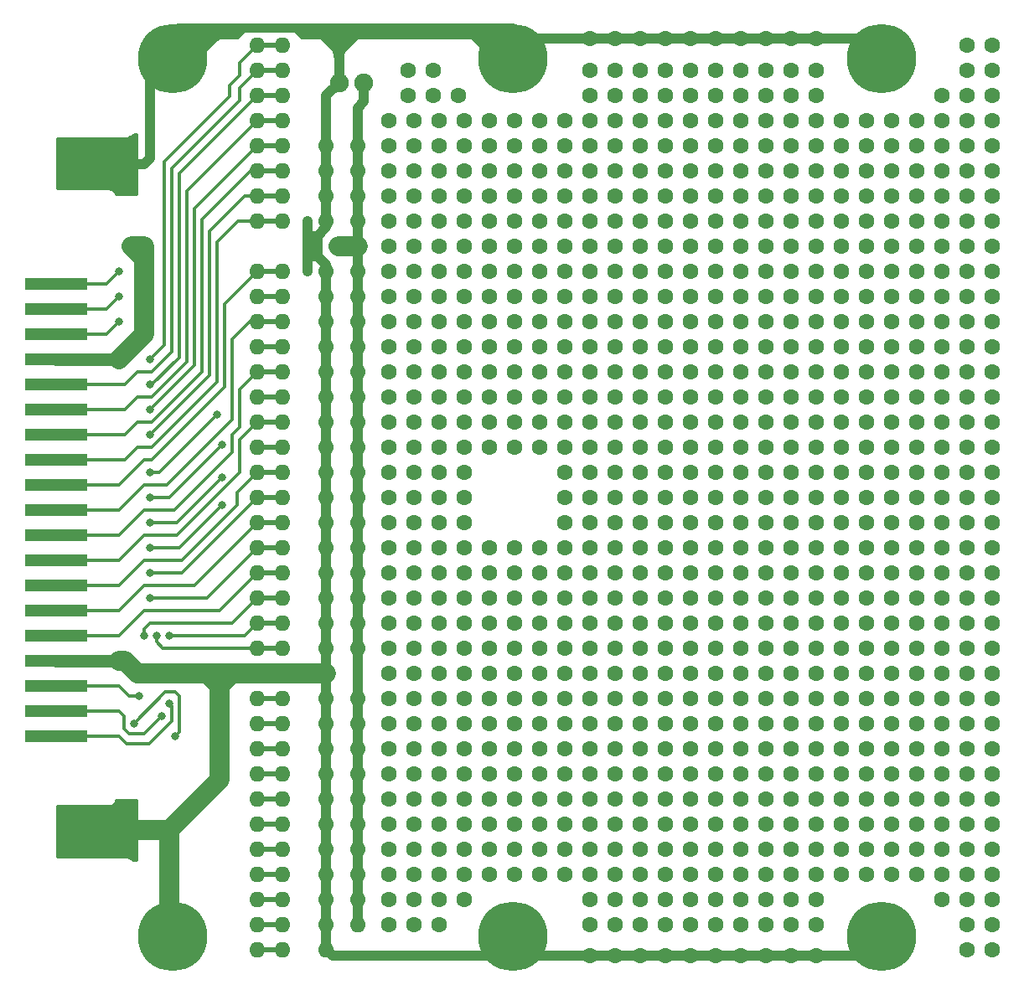
<source format=gtl>
%TF.GenerationSoftware,KiCad,Pcbnew,(5.1.9)-1*%
%TF.CreationDate,2021-02-21T18:50:27+08:00*%
%TF.ProjectId,CoCoProtoBoard,436f436f-5072-46f7-946f-426f6172642e,rev?*%
%TF.SameCoordinates,Original*%
%TF.FileFunction,Copper,L1,Top*%
%TF.FilePolarity,Positive*%
%FSLAX46Y46*%
G04 Gerber Fmt 4.6, Leading zero omitted, Abs format (unit mm)*
G04 Created by KiCad (PCBNEW (5.1.9)-1) date 2021-02-21 18:50:27*
%MOMM*%
%LPD*%
G01*
G04 APERTURE LIST*
%TA.AperFunction,ComponentPad*%
%ADD10C,1.600000*%
%TD*%
%TA.AperFunction,ComponentPad*%
%ADD11O,1.600000X1.600000*%
%TD*%
%TA.AperFunction,ComponentPad*%
%ADD12C,1.900000*%
%TD*%
%TA.AperFunction,ConnectorPad*%
%ADD13R,6.350000X1.270000*%
%TD*%
%TA.AperFunction,ComponentPad*%
%ADD14C,7.000000*%
%TD*%
%TA.AperFunction,ViaPad*%
%ADD15C,1.000000*%
%TD*%
%TA.AperFunction,ViaPad*%
%ADD16C,0.800000*%
%TD*%
%TA.AperFunction,Conductor*%
%ADD17C,0.350000*%
%TD*%
%TA.AperFunction,Conductor*%
%ADD18C,0.500000*%
%TD*%
%TA.AperFunction,Conductor*%
%ADD19C,2.000000*%
%TD*%
%TA.AperFunction,Conductor*%
%ADD20C,1.000000*%
%TD*%
%TA.AperFunction,Conductor*%
%ADD21C,1.270000*%
%TD*%
%TA.AperFunction,Conductor*%
%ADD22C,0.254000*%
%TD*%
%TA.AperFunction,Conductor*%
%ADD23C,0.100000*%
%TD*%
G04 APERTURE END LIST*
D10*
%TO.P,REF\u002A\u002A,1*%
%TO.N,GND*%
X149225000Y-150495000D03*
%TD*%
%TO.P,REF\u002A\u002A,1*%
%TO.N,GND*%
X151765000Y-150495000D03*
%TD*%
%TO.P,REF\u002A\u002A,1*%
%TO.N,GND*%
X154305000Y-150495000D03*
%TD*%
%TO.P,REF\u002A\u002A,1*%
%TO.N,GND*%
X156845000Y-150495000D03*
%TD*%
%TO.P,REF\u002A\u002A,1*%
%TO.N,GND*%
X161925000Y-150495000D03*
%TD*%
%TO.P,REF\u002A\u002A,1*%
%TO.N,GND*%
X159385000Y-150495000D03*
%TD*%
%TO.P,REF\u002A\u002A,1*%
%TO.N,GND*%
X164465000Y-150495000D03*
%TD*%
%TO.P,REF\u002A\u002A,1*%
%TO.N,GND*%
X167005000Y-150495000D03*
%TD*%
D11*
%TO.P,P10,2*%
%TO.N,+5V*%
X125730000Y-134620000D03*
%TO.P,P10,1*%
%TO.N,GND*%
X122555000Y-134620000D03*
X122555000Y-137160000D03*
%TO.P,P10,2*%
%TO.N,+5V*%
X125730000Y-137160000D03*
X125730000Y-142240000D03*
%TO.P,P10,1*%
%TO.N,GND*%
X122555000Y-142240000D03*
X122555000Y-139700000D03*
%TO.P,P10,2*%
%TO.N,+5V*%
X125730000Y-139700000D03*
X125730000Y-129540000D03*
%TO.P,P10,1*%
%TO.N,GND*%
X122555000Y-129540000D03*
X122555000Y-132080000D03*
%TO.P,P10,2*%
%TO.N,+5V*%
X125730000Y-132080000D03*
X125730000Y-127000000D03*
%TO.P,P10,1*%
%TO.N,GND*%
X122555000Y-127000000D03*
X122555000Y-124460000D03*
%TO.P,P10,2*%
%TO.N,+5V*%
X125730000Y-124460000D03*
X125730000Y-144780000D03*
%TO.P,P10,1*%
%TO.N,GND*%
X122555000Y-144780000D03*
X122555000Y-147320000D03*
%TO.P,P10,2*%
%TO.N,+5V*%
X125730000Y-147320000D03*
%TO.P,P10,1*%
%TO.N,GND*%
X122555000Y-149860000D03*
%TO.P,P10,2*%
%TO.N,+5V*%
X125730000Y-111760000D03*
%TO.P,P10,1*%
%TO.N,GND*%
X122555000Y-111760000D03*
X122555000Y-114300000D03*
%TO.P,P10,2*%
%TO.N,+5V*%
X125730000Y-114300000D03*
X125730000Y-119380000D03*
%TO.P,P10,1*%
%TO.N,GND*%
X122555000Y-119380000D03*
X122555000Y-116840000D03*
%TO.P,P10,2*%
%TO.N,+5V*%
X125730000Y-116840000D03*
X125730000Y-106680000D03*
%TO.P,P10,1*%
%TO.N,GND*%
X122555000Y-106680000D03*
X122555000Y-109220000D03*
%TO.P,P10,2*%
%TO.N,+5V*%
X125730000Y-109220000D03*
X125730000Y-104140000D03*
%TO.P,P10,1*%
%TO.N,GND*%
X122555000Y-104140000D03*
X122555000Y-101600000D03*
%TO.P,P10,2*%
%TO.N,+5V*%
X125730000Y-101600000D03*
X125730000Y-81280000D03*
%TO.P,P10,1*%
%TO.N,GND*%
X122555000Y-81280000D03*
X122555000Y-83820000D03*
%TO.P,P10,2*%
%TO.N,+5V*%
X125730000Y-83820000D03*
X125730000Y-88900000D03*
%TO.P,P10,1*%
%TO.N,GND*%
X122555000Y-88900000D03*
X122555000Y-86360000D03*
%TO.P,P10,2*%
%TO.N,+5V*%
X125730000Y-86360000D03*
X125730000Y-96520000D03*
%TO.P,P10,1*%
%TO.N,GND*%
X122555000Y-96520000D03*
X122555000Y-99060000D03*
%TO.P,P10,2*%
%TO.N,+5V*%
X125730000Y-99060000D03*
X125730000Y-93980000D03*
%TO.P,P10,1*%
%TO.N,GND*%
X122555000Y-93980000D03*
X122555000Y-91440000D03*
%TO.P,P10,2*%
%TO.N,+5V*%
X125730000Y-91440000D03*
%TO.P,P10,1*%
%TO.N,GND*%
X122555000Y-76200000D03*
X122555000Y-68580000D03*
X122555000Y-73660000D03*
%TO.P,P10,2*%
%TO.N,+5V*%
X125730000Y-68580000D03*
%TO.P,P10,1*%
%TO.N,GND*%
X122555000Y-71120000D03*
%TO.P,P10,2*%
%TO.N,+5V*%
X125730000Y-76200000D03*
X125730000Y-73660000D03*
X125730000Y-71120000D03*
%TD*%
D10*
%TO.P,REF\u002A\u002A,1*%
%TO.N,N/C*%
X128905000Y-78740000D03*
%TD*%
D12*
%TO.P,C1,2*%
%TO.N,GND*%
X123865000Y-62230000D03*
%TO.P,C1,1*%
%TO.N,+5V*%
X126365000Y-62230000D03*
%TD*%
D10*
%TO.P,REF\u002A\u002A,1*%
%TO.N,N/C*%
X128905000Y-119380000D03*
%TD*%
%TO.P,REF\u002A\u002A,1*%
%TO.N,N/C*%
X128905000Y-116840000D03*
%TD*%
%TO.P,REF\u002A\u002A,1*%
%TO.N,N/C*%
X128905000Y-114300000D03*
%TD*%
%TO.P,REF\u002A\u002A,1*%
%TO.N,N/C*%
X128905000Y-121920000D03*
%TD*%
%TO.P,REF\u002A\u002A,1*%
%TO.N,N/C*%
X128905000Y-76200000D03*
%TD*%
%TO.P,REF\u002A\u002A,1*%
%TO.N,N/C*%
X128905000Y-91440000D03*
%TD*%
%TO.P,REF\u002A\u002A,1*%
%TO.N,N/C*%
X128905000Y-73660000D03*
%TD*%
%TO.P,REF\u002A\u002A,1*%
%TO.N,N/C*%
X128905000Y-83820000D03*
%TD*%
%TO.P,REF\u002A\u002A,1*%
%TO.N,N/C*%
X128905000Y-71120000D03*
%TD*%
%TO.P,REF\u002A\u002A,1*%
%TO.N,N/C*%
X128905000Y-96520000D03*
%TD*%
%TO.P,REF\u002A\u002A,1*%
%TO.N,N/C*%
X128905000Y-99060000D03*
%TD*%
%TO.P,REF\u002A\u002A,1*%
%TO.N,N/C*%
X128905000Y-93980000D03*
%TD*%
%TO.P,REF\u002A\u002A,1*%
%TO.N,N/C*%
X128905000Y-132080000D03*
%TD*%
%TO.P,REF\u002A\u002A,1*%
%TO.N,N/C*%
X128905000Y-129540000D03*
%TD*%
%TO.P,REF\u002A\u002A,1*%
%TO.N,N/C*%
X128905000Y-127000000D03*
%TD*%
%TO.P,REF\u002A\u002A,1*%
%TO.N,N/C*%
X128905000Y-124460000D03*
%TD*%
%TO.P,REF\u002A\u002A,1*%
%TO.N,N/C*%
X128905000Y-88900000D03*
%TD*%
%TO.P,REF\u002A\u002A,1*%
%TO.N,N/C*%
X128905000Y-86360000D03*
%TD*%
%TO.P,REF\u002A\u002A,1*%
%TO.N,N/C*%
X128905000Y-66040000D03*
%TD*%
%TO.P,REF\u002A\u002A,1*%
%TO.N,N/C*%
X128905000Y-134620000D03*
%TD*%
%TO.P,REF\u002A\u002A,1*%
%TO.N,N/C*%
X128905000Y-142240000D03*
%TD*%
%TO.P,REF\u002A\u002A,1*%
%TO.N,N/C*%
X128905000Y-147320000D03*
%TD*%
%TO.P,REF\u002A\u002A,1*%
%TO.N,N/C*%
X128905000Y-139700000D03*
%TD*%
%TO.P,REF\u002A\u002A,1*%
%TO.N,N/C*%
X128905000Y-137160000D03*
%TD*%
%TO.P,REF\u002A\u002A,1*%
%TO.N,N/C*%
X128905000Y-144780000D03*
%TD*%
%TO.P,REF\u002A\u002A,1*%
%TO.N,N/C*%
X128905000Y-68580000D03*
%TD*%
%TO.P,REF\u002A\u002A,1*%
%TO.N,N/C*%
X128905000Y-111760000D03*
%TD*%
%TO.P,REF\u002A\u002A,1*%
%TO.N,N/C*%
X128905000Y-109220000D03*
%TD*%
%TO.P,REF\u002A\u002A,1*%
%TO.N,N/C*%
X128905000Y-106680000D03*
%TD*%
%TO.P,REF\u002A\u002A,1*%
%TO.N,N/C*%
X128905000Y-101600000D03*
%TD*%
%TO.P,REF\u002A\u002A,1*%
%TO.N,N/C*%
X128905000Y-104140000D03*
%TD*%
%TO.P,REF\u002A\u002A,1*%
%TO.N,N/C*%
X128905000Y-81280000D03*
%TD*%
D13*
%TO.P,P1,3*%
%TO.N,Net-(P1-Pad3)*%
X95250000Y-82550000D03*
%TO.P,P1,5*%
%TO.N,Net-(P1-Pad5)*%
X95250000Y-85090000D03*
%TO.P,P1,7*%
%TO.N,Net-(P1-Pad7)*%
X95250000Y-87630000D03*
%TO.P,P1,9*%
%TO.N,+5V*%
X95250000Y-90170000D03*
%TO.P,P1,11*%
%TO.N,Net-(P1-Pad11)*%
X95250000Y-92710000D03*
%TO.P,P1,13*%
%TO.N,Net-(P1-Pad13)*%
X95250000Y-95250000D03*
%TO.P,P1,15*%
%TO.N,Net-(P1-Pad15)*%
X95250000Y-97790000D03*
%TO.P,P1,17*%
%TO.N,Net-(P1-Pad17)*%
X95250000Y-100330000D03*
%TO.P,P1,19*%
%TO.N,Net-(P1-Pad19)*%
X95250000Y-102870000D03*
%TO.P,P1,21*%
%TO.N,Net-(P1-Pad21)*%
X95250000Y-105410000D03*
%TO.P,P1,23*%
%TO.N,Net-(P1-Pad23)*%
X95250000Y-107950000D03*
%TO.P,P1,25*%
%TO.N,Net-(P1-Pad25)*%
X95250000Y-110490000D03*
%TO.P,P1,27*%
%TO.N,Net-(P1-Pad27)*%
X95250000Y-113030000D03*
%TO.P,P1,29*%
%TO.N,Net-(P1-Pad29)*%
X95250000Y-115570000D03*
%TO.P,P1,31*%
%TO.N,Net-(P1-Pad31)*%
X95250000Y-118110000D03*
%TO.P,P1,33*%
%TO.N,GND*%
X95250000Y-120650000D03*
%TO.P,P1,35*%
%TO.N,Net-(P1-Pad35)*%
X95250000Y-123190000D03*
%TO.P,P1,37*%
%TO.N,Net-(P1-Pad37)*%
X95250000Y-125730000D03*
%TO.P,P1,39*%
%TO.N,Net-(P1-Pad39)*%
X95250000Y-128270000D03*
%TD*%
D10*
%TO.P,REF\u002A\u002A,1*%
%TO.N,GND*%
X169545000Y-150495000D03*
%TD*%
%TO.P,REF\u002A\u002A,1*%
%TO.N,GND*%
X172085000Y-150495000D03*
%TD*%
%TO.P,REF\u002A\u002A,1*%
%TO.N,N/C*%
X187325000Y-149860000D03*
%TD*%
%TO.P,REF\u002A\u002A,1*%
%TO.N,N/C*%
X189865000Y-149860000D03*
%TD*%
%TO.P,REF\u002A\u002A,1*%
%TO.N,N/C*%
X187325000Y-58420000D03*
%TD*%
%TO.P,REF\u002A\u002A,1*%
%TO.N,N/C*%
X189865000Y-58420000D03*
%TD*%
%TO.P,REF\u002A\u002A,1*%
%TO.N,GND*%
X167005000Y-57785000D03*
%TD*%
%TO.P,REF\u002A\u002A,1*%
%TO.N,GND*%
X169545000Y-57785000D03*
%TD*%
%TO.P,REF\u002A\u002A,1*%
%TO.N,GND*%
X172085000Y-57785000D03*
%TD*%
%TO.P,REF\u002A\u002A,1*%
%TO.N,GND*%
X159385000Y-57785000D03*
%TD*%
%TO.P,REF\u002A\u002A,1*%
%TO.N,GND*%
X164465000Y-57785000D03*
%TD*%
%TO.P,REF\u002A\u002A,1*%
%TO.N,GND*%
X161925000Y-57785000D03*
%TD*%
%TO.P,REF\u002A\u002A,1*%
%TO.N,GND*%
X156845000Y-57785000D03*
%TD*%
%TO.P,REF\u002A\u002A,1*%
%TO.N,GND*%
X156845000Y-57785000D03*
%TD*%
%TO.P,REF\u002A\u002A,1*%
%TO.N,GND*%
X154305000Y-57785000D03*
%TD*%
%TO.P,REF\u002A\u002A,1*%
%TO.N,GND*%
X151765000Y-57785000D03*
%TD*%
%TO.P,REF\u002A\u002A,1*%
%TO.N,GND*%
X149225000Y-57785000D03*
%TD*%
%TO.P,REF\u002A\u002A,1*%
%TO.N,N/C*%
X187325000Y-60960000D03*
%TD*%
%TO.P,REF\u002A\u002A,1*%
%TO.N,N/C*%
X189865000Y-63500000D03*
%TD*%
%TO.P,REF\u002A\u002A,1*%
%TO.N,N/C*%
X189865000Y-66040000D03*
%TD*%
%TO.P,REF\u002A\u002A,1*%
%TO.N,N/C*%
X189865000Y-60960000D03*
%TD*%
%TO.P,REF\u002A\u002A,1*%
%TO.N,N/C*%
X184785000Y-63500000D03*
%TD*%
%TO.P,REF\u002A\u002A,1*%
%TO.N,N/C*%
X187325000Y-63500000D03*
%TD*%
%TO.P,REF\u002A\u002A,1*%
%TO.N,N/C*%
X164465000Y-60960000D03*
%TD*%
%TO.P,REF\u002A\u002A,1*%
%TO.N,N/C*%
X161925000Y-63500000D03*
%TD*%
%TO.P,REF\u002A\u002A,1*%
%TO.N,N/C*%
X169545000Y-60960000D03*
%TD*%
%TO.P,REF\u002A\u002A,1*%
%TO.N,N/C*%
X167005000Y-60960000D03*
%TD*%
%TO.P,REF\u002A\u002A,1*%
%TO.N,N/C*%
X172085000Y-60960000D03*
%TD*%
%TO.P,REF\u002A\u002A,1*%
%TO.N,N/C*%
X169545000Y-63500000D03*
%TD*%
%TO.P,REF\u002A\u002A,1*%
%TO.N,N/C*%
X161925000Y-60960000D03*
%TD*%
%TO.P,REF\u002A\u002A,1*%
%TO.N,N/C*%
X164465000Y-63500000D03*
%TD*%
%TO.P,REF\u002A\u002A,1*%
%TO.N,N/C*%
X172085000Y-63500000D03*
%TD*%
%TO.P,REF\u002A\u002A,1*%
%TO.N,N/C*%
X167005000Y-63500000D03*
%TD*%
%TO.P,REF\u002A\u002A,1*%
%TO.N,N/C*%
X159385000Y-60960000D03*
%TD*%
%TO.P,REF\u002A\u002A,1*%
%TO.N,N/C*%
X154305000Y-60960000D03*
%TD*%
%TO.P,REF\u002A\u002A,1*%
%TO.N,N/C*%
X156845000Y-60960000D03*
%TD*%
%TO.P,REF\u002A\u002A,1*%
%TO.N,N/C*%
X159385000Y-63500000D03*
%TD*%
%TO.P,REF\u002A\u002A,1*%
%TO.N,N/C*%
X156845000Y-63500000D03*
%TD*%
%TO.P,REF\u002A\u002A,1*%
%TO.N,N/C*%
X154305000Y-63500000D03*
%TD*%
%TO.P,REF\u002A\u002A,1*%
%TO.N,N/C*%
X151765000Y-63500000D03*
%TD*%
%TO.P,REF\u002A\u002A,1*%
%TO.N,N/C*%
X151765000Y-60960000D03*
%TD*%
%TO.P,REF\u002A\u002A,1*%
%TO.N,N/C*%
X149225000Y-63500000D03*
%TD*%
%TO.P,REF\u002A\u002A,1*%
%TO.N,N/C*%
X149225000Y-60960000D03*
%TD*%
%TO.P,REF\u002A\u002A,1*%
%TO.N,N/C*%
X133350000Y-60960000D03*
%TD*%
%TO.P,REF\u002A\u002A,1*%
%TO.N,N/C*%
X130810000Y-60960000D03*
%TD*%
%TO.P,REF\u002A\u002A,1*%
%TO.N,N/C*%
X130810000Y-63500000D03*
%TD*%
%TO.P,REF\u002A\u002A,1*%
%TO.N,N/C*%
X135890000Y-63500000D03*
%TD*%
%TO.P,REF\u002A\u002A,1*%
%TO.N,N/C*%
X133350000Y-63500000D03*
%TD*%
%TO.P,REF\u002A\u002A,1*%
%TO.N,N/C*%
X184785000Y-66040000D03*
%TD*%
%TO.P,REF\u002A\u002A,1*%
%TO.N,N/C*%
X167005000Y-66040000D03*
%TD*%
%TO.P,REF\u002A\u002A,1*%
%TO.N,N/C*%
X172085000Y-66040000D03*
%TD*%
%TO.P,REF\u002A\u002A,1*%
%TO.N,N/C*%
X187325000Y-66040000D03*
%TD*%
%TO.P,REF\u002A\u002A,1*%
%TO.N,N/C*%
X139065000Y-66040000D03*
%TD*%
%TO.P,REF\u002A\u002A,1*%
%TO.N,N/C*%
X161925000Y-66040000D03*
%TD*%
%TO.P,REF\u002A\u002A,1*%
%TO.N,N/C*%
X169545000Y-66040000D03*
%TD*%
%TO.P,REF\u002A\u002A,1*%
%TO.N,N/C*%
X177165000Y-66040000D03*
%TD*%
%TO.P,REF\u002A\u002A,1*%
%TO.N,N/C*%
X136525000Y-66040000D03*
%TD*%
%TO.P,REF\u002A\u002A,1*%
%TO.N,N/C*%
X156845000Y-66040000D03*
%TD*%
%TO.P,REF\u002A\u002A,1*%
%TO.N,N/C*%
X131445000Y-66040000D03*
%TD*%
%TO.P,REF\u002A\u002A,1*%
%TO.N,N/C*%
X179705000Y-66040000D03*
%TD*%
%TO.P,REF\u002A\u002A,1*%
%TO.N,N/C*%
X182245000Y-66040000D03*
%TD*%
%TO.P,REF\u002A\u002A,1*%
%TO.N,N/C*%
X174625000Y-66040000D03*
%TD*%
%TO.P,REF\u002A\u002A,1*%
%TO.N,N/C*%
X133985000Y-66040000D03*
%TD*%
%TO.P,REF\u002A\u002A,1*%
%TO.N,N/C*%
X144145000Y-66040000D03*
%TD*%
%TO.P,REF\u002A\u002A,1*%
%TO.N,N/C*%
X141605000Y-66040000D03*
%TD*%
%TO.P,REF\u002A\u002A,1*%
%TO.N,N/C*%
X151765000Y-66040000D03*
%TD*%
%TO.P,REF\u002A\u002A,1*%
%TO.N,N/C*%
X146685000Y-66040000D03*
%TD*%
%TO.P,REF\u002A\u002A,1*%
%TO.N,N/C*%
X149225000Y-66040000D03*
%TD*%
%TO.P,REF\u002A\u002A,1*%
%TO.N,N/C*%
X164465000Y-66040000D03*
%TD*%
%TO.P,REF\u002A\u002A,1*%
%TO.N,N/C*%
X154305000Y-66040000D03*
%TD*%
%TO.P,REF\u002A\u002A,1*%
%TO.N,N/C*%
X159385000Y-66040000D03*
%TD*%
%TO.P,REF\u002A\u002A,1*%
%TO.N,N/C*%
X179705000Y-86360000D03*
%TD*%
%TO.P,REF\u002A\u002A,1*%
%TO.N,N/C*%
X144145000Y-86360000D03*
%TD*%
%TO.P,REF\u002A\u002A,1*%
%TO.N,N/C*%
X131445000Y-86360000D03*
%TD*%
%TO.P,REF\u002A\u002A,1*%
%TO.N,N/C*%
X182245000Y-86360000D03*
%TD*%
%TO.P,REF\u002A\u002A,1*%
%TO.N,N/C*%
X156845000Y-86360000D03*
%TD*%
%TO.P,REF\u002A\u002A,1*%
%TO.N,N/C*%
X141605000Y-86360000D03*
%TD*%
%TO.P,REF\u002A\u002A,1*%
%TO.N,N/C*%
X177165000Y-86360000D03*
%TD*%
%TO.P,REF\u002A\u002A,1*%
%TO.N,N/C*%
X174625000Y-86360000D03*
%TD*%
%TO.P,REF\u002A\u002A,1*%
%TO.N,N/C*%
X189865000Y-86360000D03*
%TD*%
%TO.P,REF\u002A\u002A,1*%
%TO.N,N/C*%
X159385000Y-86360000D03*
%TD*%
%TO.P,REF\u002A\u002A,1*%
%TO.N,N/C*%
X164465000Y-86360000D03*
%TD*%
%TO.P,REF\u002A\u002A,1*%
%TO.N,N/C*%
X161925000Y-86360000D03*
%TD*%
%TO.P,REF\u002A\u002A,1*%
%TO.N,N/C*%
X146685000Y-86360000D03*
%TD*%
%TO.P,REF\u002A\u002A,1*%
%TO.N,N/C*%
X133985000Y-86360000D03*
%TD*%
%TO.P,REF\u002A\u002A,1*%
%TO.N,N/C*%
X167005000Y-86360000D03*
%TD*%
%TO.P,REF\u002A\u002A,1*%
%TO.N,N/C*%
X184785000Y-86360000D03*
%TD*%
%TO.P,REF\u002A\u002A,1*%
%TO.N,N/C*%
X177165000Y-88900000D03*
%TD*%
%TO.P,REF\u002A\u002A,1*%
%TO.N,N/C*%
X164465000Y-88900000D03*
%TD*%
%TO.P,REF\u002A\u002A,1*%
%TO.N,N/C*%
X172085000Y-88900000D03*
%TD*%
%TO.P,REF\u002A\u002A,1*%
%TO.N,N/C*%
X144145000Y-88900000D03*
%TD*%
%TO.P,REF\u002A\u002A,1*%
%TO.N,N/C*%
X161925000Y-88900000D03*
%TD*%
%TO.P,REF\u002A\u002A,1*%
%TO.N,N/C*%
X174625000Y-88900000D03*
%TD*%
%TO.P,REF\u002A\u002A,1*%
%TO.N,N/C*%
X133985000Y-96520000D03*
%TD*%
%TO.P,REF\u002A\u002A,1*%
%TO.N,N/C*%
X172085000Y-86360000D03*
%TD*%
%TO.P,REF\u002A\u002A,1*%
%TO.N,N/C*%
X154305000Y-86360000D03*
%TD*%
%TO.P,REF\u002A\u002A,1*%
%TO.N,N/C*%
X182245000Y-88900000D03*
%TD*%
%TO.P,REF\u002A\u002A,1*%
%TO.N,N/C*%
X149225000Y-86360000D03*
%TD*%
%TO.P,REF\u002A\u002A,1*%
%TO.N,N/C*%
X156845000Y-88900000D03*
%TD*%
%TO.P,REF\u002A\u002A,1*%
%TO.N,N/C*%
X169545000Y-86360000D03*
%TD*%
%TO.P,REF\u002A\u002A,1*%
%TO.N,N/C*%
X136525000Y-86360000D03*
%TD*%
%TO.P,REF\u002A\u002A,1*%
%TO.N,N/C*%
X139065000Y-86360000D03*
%TD*%
%TO.P,REF\u002A\u002A,1*%
%TO.N,N/C*%
X141605000Y-88900000D03*
%TD*%
%TO.P,REF\u002A\u002A,1*%
%TO.N,N/C*%
X189865000Y-88900000D03*
%TD*%
%TO.P,REF\u002A\u002A,1*%
%TO.N,N/C*%
X146685000Y-88900000D03*
%TD*%
%TO.P,REF\u002A\u002A,1*%
%TO.N,N/C*%
X159385000Y-88900000D03*
%TD*%
%TO.P,REF\u002A\u002A,1*%
%TO.N,N/C*%
X133985000Y-88900000D03*
%TD*%
%TO.P,REF\u002A\u002A,1*%
%TO.N,N/C*%
X179705000Y-88900000D03*
%TD*%
%TO.P,REF\u002A\u002A,1*%
%TO.N,N/C*%
X167005000Y-88900000D03*
%TD*%
%TO.P,REF\u002A\u002A,1*%
%TO.N,N/C*%
X154305000Y-88900000D03*
%TD*%
%TO.P,REF\u002A\u002A,1*%
%TO.N,N/C*%
X131445000Y-88900000D03*
%TD*%
%TO.P,REF\u002A\u002A,1*%
%TO.N,N/C*%
X133985000Y-93980000D03*
%TD*%
%TO.P,REF\u002A\u002A,1*%
%TO.N,N/C*%
X187325000Y-88900000D03*
%TD*%
%TO.P,REF\u002A\u002A,1*%
%TO.N,N/C*%
X184785000Y-88900000D03*
%TD*%
%TO.P,REF\u002A\u002A,1*%
%TO.N,N/C*%
X169545000Y-88900000D03*
%TD*%
%TO.P,REF\u002A\u002A,1*%
%TO.N,N/C*%
X149225000Y-88900000D03*
%TD*%
%TO.P,REF\u002A\u002A,1*%
%TO.N,N/C*%
X136525000Y-88900000D03*
%TD*%
%TO.P,REF\u002A\u002A,1*%
%TO.N,N/C*%
X133985000Y-99060000D03*
%TD*%
%TO.P,REF\u002A\u002A,1*%
%TO.N,N/C*%
X151765000Y-88900000D03*
%TD*%
%TO.P,REF\u002A\u002A,1*%
%TO.N,N/C*%
X187325000Y-86360000D03*
%TD*%
%TO.P,REF\u002A\u002A,1*%
%TO.N,N/C*%
X151765000Y-86360000D03*
%TD*%
%TO.P,REF\u002A\u002A,1*%
%TO.N,N/C*%
X139065000Y-88900000D03*
%TD*%
%TO.P,REF\u002A\u002A,1*%
%TO.N,N/C*%
X172085000Y-68580000D03*
%TD*%
%TO.P,REF\u002A\u002A,1*%
%TO.N,N/C*%
X184785000Y-68580000D03*
%TD*%
%TO.P,REF\u002A\u002A,1*%
%TO.N,N/C*%
X167005000Y-68580000D03*
%TD*%
%TO.P,REF\u002A\u002A,1*%
%TO.N,N/C*%
X187325000Y-68580000D03*
%TD*%
%TO.P,REF\u002A\u002A,1*%
%TO.N,N/C*%
X139065000Y-68580000D03*
%TD*%
%TO.P,REF\u002A\u002A,1*%
%TO.N,N/C*%
X161925000Y-68580000D03*
%TD*%
%TO.P,REF\u002A\u002A,1*%
%TO.N,N/C*%
X169545000Y-68580000D03*
%TD*%
%TO.P,REF\u002A\u002A,1*%
%TO.N,N/C*%
X189865000Y-68580000D03*
%TD*%
%TO.P,REF\u002A\u002A,1*%
%TO.N,N/C*%
X177165000Y-68580000D03*
%TD*%
%TO.P,REF\u002A\u002A,1*%
%TO.N,N/C*%
X136525000Y-68580000D03*
%TD*%
%TO.P,REF\u002A\u002A,1*%
%TO.N,N/C*%
X156845000Y-68580000D03*
%TD*%
%TO.P,REF\u002A\u002A,1*%
%TO.N,N/C*%
X184785000Y-96520000D03*
%TD*%
%TO.P,REF\u002A\u002A,1*%
%TO.N,N/C*%
X131445000Y-68580000D03*
%TD*%
%TO.P,REF\u002A\u002A,1*%
%TO.N,N/C*%
X179705000Y-93980000D03*
%TD*%
%TO.P,REF\u002A\u002A,1*%
%TO.N,N/C*%
X174625000Y-93980000D03*
%TD*%
%TO.P,REF\u002A\u002A,1*%
%TO.N,N/C*%
X182245000Y-96520000D03*
%TD*%
%TO.P,REF\u002A\u002A,1*%
%TO.N,N/C*%
X164465000Y-68580000D03*
%TD*%
%TO.P,REF\u002A\u002A,1*%
%TO.N,N/C*%
X179705000Y-68580000D03*
%TD*%
%TO.P,REF\u002A\u002A,1*%
%TO.N,N/C*%
X154305000Y-68580000D03*
%TD*%
%TO.P,REF\u002A\u002A,1*%
%TO.N,N/C*%
X184785000Y-99060000D03*
%TD*%
%TO.P,REF\u002A\u002A,1*%
%TO.N,N/C*%
X182245000Y-68580000D03*
%TD*%
%TO.P,REF\u002A\u002A,1*%
%TO.N,N/C*%
X177165000Y-99060000D03*
%TD*%
%TO.P,REF\u002A\u002A,1*%
%TO.N,N/C*%
X179705000Y-96520000D03*
%TD*%
%TO.P,REF\u002A\u002A,1*%
%TO.N,N/C*%
X174625000Y-68580000D03*
%TD*%
%TO.P,REF\u002A\u002A,1*%
%TO.N,N/C*%
X159385000Y-68580000D03*
%TD*%
%TO.P,REF\u002A\u002A,1*%
%TO.N,N/C*%
X133985000Y-68580000D03*
%TD*%
%TO.P,REF\u002A\u002A,1*%
%TO.N,N/C*%
X179705000Y-99060000D03*
%TD*%
%TO.P,REF\u002A\u002A,1*%
%TO.N,N/C*%
X177165000Y-93980000D03*
%TD*%
%TO.P,REF\u002A\u002A,1*%
%TO.N,N/C*%
X144145000Y-68580000D03*
%TD*%
%TO.P,REF\u002A\u002A,1*%
%TO.N,N/C*%
X141605000Y-68580000D03*
%TD*%
%TO.P,REF\u002A\u002A,1*%
%TO.N,N/C*%
X174625000Y-99060000D03*
%TD*%
%TO.P,REF\u002A\u002A,1*%
%TO.N,N/C*%
X146685000Y-68580000D03*
%TD*%
%TO.P,REF\u002A\u002A,1*%
%TO.N,N/C*%
X151765000Y-68580000D03*
%TD*%
%TO.P,REF\u002A\u002A,1*%
%TO.N,N/C*%
X149225000Y-68580000D03*
%TD*%
%TO.P,REF\u002A\u002A,1*%
%TO.N,N/C*%
X182245000Y-93980000D03*
%TD*%
%TO.P,REF\u002A\u002A,1*%
%TO.N,N/C*%
X167005000Y-93980000D03*
%TD*%
%TO.P,REF\u002A\u002A,1*%
%TO.N,N/C*%
X164465000Y-99060000D03*
%TD*%
%TO.P,REF\u002A\u002A,1*%
%TO.N,N/C*%
X177165000Y-96520000D03*
%TD*%
%TO.P,REF\u002A\u002A,1*%
%TO.N,N/C*%
X164465000Y-93980000D03*
%TD*%
%TO.P,REF\u002A\u002A,1*%
%TO.N,N/C*%
X182245000Y-99060000D03*
%TD*%
%TO.P,REF\u002A\u002A,1*%
%TO.N,N/C*%
X169545000Y-99060000D03*
%TD*%
%TO.P,REF\u002A\u002A,1*%
%TO.N,N/C*%
X167005000Y-99060000D03*
%TD*%
%TO.P,REF\u002A\u002A,1*%
%TO.N,N/C*%
X184785000Y-93980000D03*
%TD*%
%TO.P,REF\u002A\u002A,1*%
%TO.N,N/C*%
X172085000Y-99060000D03*
%TD*%
%TO.P,REF\u002A\u002A,1*%
%TO.N,N/C*%
X172085000Y-96520000D03*
%TD*%
%TO.P,REF\u002A\u002A,1*%
%TO.N,N/C*%
X167005000Y-96520000D03*
%TD*%
%TO.P,REF\u002A\u002A,1*%
%TO.N,N/C*%
X164465000Y-96520000D03*
%TD*%
%TO.P,REF\u002A\u002A,1*%
%TO.N,N/C*%
X161925000Y-93980000D03*
%TD*%
%TO.P,REF\u002A\u002A,1*%
%TO.N,N/C*%
X169545000Y-96520000D03*
%TD*%
%TO.P,REF\u002A\u002A,1*%
%TO.N,N/C*%
X161925000Y-99060000D03*
%TD*%
%TO.P,REF\u002A\u002A,1*%
%TO.N,N/C*%
X169545000Y-93980000D03*
%TD*%
%TO.P,REF\u002A\u002A,1*%
%TO.N,N/C*%
X161925000Y-96520000D03*
%TD*%
%TO.P,REF\u002A\u002A,1*%
%TO.N,N/C*%
X174625000Y-96520000D03*
%TD*%
%TO.P,REF\u002A\u002A,1*%
%TO.N,N/C*%
X172085000Y-93980000D03*
%TD*%
%TO.P,REF\u002A\u002A,1*%
%TO.N,N/C*%
X151765000Y-93980000D03*
%TD*%
%TO.P,REF\u002A\u002A,1*%
%TO.N,N/C*%
X159385000Y-99060000D03*
%TD*%
%TO.P,REF\u002A\u002A,1*%
%TO.N,N/C*%
X159385000Y-93980000D03*
%TD*%
%TO.P,REF\u002A\u002A,1*%
%TO.N,N/C*%
X159385000Y-96520000D03*
%TD*%
%TO.P,REF\u002A\u002A,1*%
%TO.N,N/C*%
X154305000Y-99060000D03*
%TD*%
%TO.P,REF\u002A\u002A,1*%
%TO.N,N/C*%
X151765000Y-96520000D03*
%TD*%
%TO.P,REF\u002A\u002A,1*%
%TO.N,N/C*%
X156845000Y-99060000D03*
%TD*%
%TO.P,REF\u002A\u002A,1*%
%TO.N,N/C*%
X156845000Y-93980000D03*
%TD*%
%TO.P,REF\u002A\u002A,1*%
%TO.N,N/C*%
X156845000Y-96520000D03*
%TD*%
%TO.P,REF\u002A\u002A,1*%
%TO.N,N/C*%
X154305000Y-96520000D03*
%TD*%
%TO.P,REF\u002A\u002A,1*%
%TO.N,N/C*%
X154305000Y-93980000D03*
%TD*%
%TO.P,REF\u002A\u002A,1*%
%TO.N,N/C*%
X151765000Y-99060000D03*
%TD*%
%TO.P,REF\u002A\u002A,1*%
%TO.N,N/C*%
X149225000Y-96520000D03*
%TD*%
%TO.P,REF\u002A\u002A,1*%
%TO.N,N/C*%
X144145000Y-99060000D03*
%TD*%
%TO.P,REF\u002A\u002A,1*%
%TO.N,N/C*%
X139065000Y-96520000D03*
%TD*%
%TO.P,REF\u002A\u002A,1*%
%TO.N,N/C*%
X141605000Y-96520000D03*
%TD*%
%TO.P,REF\u002A\u002A,1*%
%TO.N,N/C*%
X139065000Y-93980000D03*
%TD*%
%TO.P,REF\u002A\u002A,1*%
%TO.N,N/C*%
X136525000Y-93980000D03*
%TD*%
%TO.P,REF\u002A\u002A,1*%
%TO.N,N/C*%
X146685000Y-99060000D03*
%TD*%
%TO.P,REF\u002A\u002A,1*%
%TO.N,N/C*%
X144145000Y-96520000D03*
%TD*%
%TO.P,REF\u002A\u002A,1*%
%TO.N,N/C*%
X149225000Y-99060000D03*
%TD*%
%TO.P,REF\u002A\u002A,1*%
%TO.N,N/C*%
X149225000Y-93980000D03*
%TD*%
%TO.P,REF\u002A\u002A,1*%
%TO.N,N/C*%
X141605000Y-99060000D03*
%TD*%
%TO.P,REF\u002A\u002A,1*%
%TO.N,N/C*%
X141605000Y-93980000D03*
%TD*%
%TO.P,REF\u002A\u002A,1*%
%TO.N,N/C*%
X136525000Y-96520000D03*
%TD*%
%TO.P,REF\u002A\u002A,1*%
%TO.N,N/C*%
X146685000Y-96520000D03*
%TD*%
%TO.P,REF\u002A\u002A,1*%
%TO.N,N/C*%
X144145000Y-93980000D03*
%TD*%
%TO.P,REF\u002A\u002A,1*%
%TO.N,N/C*%
X146685000Y-93980000D03*
%TD*%
%TO.P,REF\u002A\u002A,1*%
%TO.N,N/C*%
X136525000Y-99060000D03*
%TD*%
%TO.P,REF\u002A\u002A,1*%
%TO.N,N/C*%
X139065000Y-99060000D03*
%TD*%
%TO.P,REF\u002A\u002A,1*%
%TO.N,N/C*%
X169545000Y-76200000D03*
%TD*%
%TO.P,REF\u002A\u002A,1*%
%TO.N,N/C*%
X151765000Y-76200000D03*
%TD*%
%TO.P,REF\u002A\u002A,1*%
%TO.N,N/C*%
X136525000Y-76200000D03*
%TD*%
%TO.P,REF\u002A\u002A,1*%
%TO.N,N/C*%
X139065000Y-76200000D03*
%TD*%
%TO.P,REF\u002A\u002A,1*%
%TO.N,N/C*%
X159385000Y-76200000D03*
%TD*%
%TO.P,REF\u002A\u002A,1*%
%TO.N,N/C*%
X177165000Y-76200000D03*
%TD*%
%TO.P,REF\u002A\u002A,1*%
%TO.N,N/C*%
X161925000Y-76200000D03*
%TD*%
%TO.P,REF\u002A\u002A,1*%
%TO.N,N/C*%
X144145000Y-76200000D03*
%TD*%
%TO.P,REF\u002A\u002A,1*%
%TO.N,N/C*%
X182245000Y-76200000D03*
%TD*%
%TO.P,REF\u002A\u002A,1*%
%TO.N,N/C*%
X189865000Y-76200000D03*
%TD*%
%TO.P,REF\u002A\u002A,1*%
%TO.N,N/C*%
X184785000Y-76200000D03*
%TD*%
%TO.P,REF\u002A\u002A,1*%
%TO.N,N/C*%
X172085000Y-73660000D03*
%TD*%
%TO.P,REF\u002A\u002A,1*%
%TO.N,N/C*%
X187325000Y-76200000D03*
%TD*%
%TO.P,REF\u002A\u002A,1*%
%TO.N,N/C*%
X164465000Y-76200000D03*
%TD*%
%TO.P,REF\u002A\u002A,1*%
%TO.N,N/C*%
X179705000Y-76200000D03*
%TD*%
%TO.P,REF\u002A\u002A,1*%
%TO.N,N/C*%
X149225000Y-76200000D03*
%TD*%
%TO.P,REF\u002A\u002A,1*%
%TO.N,N/C*%
X141605000Y-76200000D03*
%TD*%
%TO.P,REF\u002A\u002A,1*%
%TO.N,N/C*%
X146685000Y-76200000D03*
%TD*%
%TO.P,REF\u002A\u002A,1*%
%TO.N,N/C*%
X167005000Y-76200000D03*
%TD*%
%TO.P,REF\u002A\u002A,1*%
%TO.N,N/C*%
X131445000Y-76200000D03*
%TD*%
%TO.P,REF\u002A\u002A,1*%
%TO.N,N/C*%
X174625000Y-76200000D03*
%TD*%
%TO.P,REF\u002A\u002A,1*%
%TO.N,N/C*%
X154305000Y-76200000D03*
%TD*%
%TO.P,REF\u002A\u002A,1*%
%TO.N,N/C*%
X179705000Y-78740000D03*
%TD*%
%TO.P,REF\u002A\u002A,1*%
%TO.N,N/C*%
X149225000Y-78740000D03*
%TD*%
%TO.P,REF\u002A\u002A,1*%
%TO.N,N/C*%
X141605000Y-78740000D03*
%TD*%
%TO.P,REF\u002A\u002A,1*%
%TO.N,N/C*%
X146685000Y-78740000D03*
%TD*%
%TO.P,REF\u002A\u002A,1*%
%TO.N,N/C*%
X131445000Y-78740000D03*
%TD*%
%TO.P,REF\u002A\u002A,1*%
%TO.N,N/C*%
X164465000Y-78740000D03*
%TD*%
%TO.P,REF\u002A\u002A,1*%
%TO.N,N/C*%
X187325000Y-78740000D03*
%TD*%
%TO.P,REF\u002A\u002A,1*%
%TO.N,N/C*%
X177165000Y-78740000D03*
%TD*%
%TO.P,REF\u002A\u002A,1*%
%TO.N,N/C*%
X169545000Y-78740000D03*
%TD*%
%TO.P,REF\u002A\u002A,1*%
%TO.N,N/C*%
X144145000Y-78740000D03*
%TD*%
%TO.P,REF\u002A\u002A,1*%
%TO.N,N/C*%
X182245000Y-78740000D03*
%TD*%
%TO.P,REF\u002A\u002A,1*%
%TO.N,N/C*%
X174625000Y-78740000D03*
%TD*%
%TO.P,REF\u002A\u002A,1*%
%TO.N,N/C*%
X184785000Y-78740000D03*
%TD*%
%TO.P,REF\u002A\u002A,1*%
%TO.N,N/C*%
X156845000Y-76200000D03*
%TD*%
%TO.P,REF\u002A\u002A,1*%
%TO.N,N/C*%
X133985000Y-76200000D03*
%TD*%
%TO.P,REF\u002A\u002A,1*%
%TO.N,N/C*%
X172085000Y-76200000D03*
%TD*%
%TO.P,REF\u002A\u002A,1*%
%TO.N,N/C*%
X167005000Y-78740000D03*
%TD*%
%TO.P,REF\u002A\u002A,1*%
%TO.N,N/C*%
X189865000Y-78740000D03*
%TD*%
%TO.P,REF\u002A\u002A,1*%
%TO.N,N/C*%
X159385000Y-78740000D03*
%TD*%
%TO.P,REF\u002A\u002A,1*%
%TO.N,N/C*%
X136525000Y-78740000D03*
%TD*%
%TO.P,REF\u002A\u002A,1*%
%TO.N,N/C*%
X151765000Y-78740000D03*
%TD*%
%TO.P,REF\u002A\u002A,1*%
%TO.N,N/C*%
X139065000Y-78740000D03*
%TD*%
%TO.P,REF\u002A\u002A,1*%
%TO.N,N/C*%
X154305000Y-78740000D03*
%TD*%
%TO.P,REF\u002A\u002A,1*%
%TO.N,N/C*%
X161925000Y-78740000D03*
%TD*%
%TO.P,REF\u002A\u002A,1*%
%TO.N,N/C*%
X156845000Y-78740000D03*
%TD*%
%TO.P,REF\u002A\u002A,1*%
%TO.N,N/C*%
X149225000Y-81280000D03*
%TD*%
%TO.P,REF\u002A\u002A,1*%
%TO.N,N/C*%
X133985000Y-78740000D03*
%TD*%
%TO.P,REF\u002A\u002A,1*%
%TO.N,N/C*%
X164465000Y-81280000D03*
%TD*%
%TO.P,REF\u002A\u002A,1*%
%TO.N,N/C*%
X182245000Y-81280000D03*
%TD*%
%TO.P,REF\u002A\u002A,1*%
%TO.N,N/C*%
X159385000Y-81280000D03*
%TD*%
%TO.P,REF\u002A\u002A,1*%
%TO.N,N/C*%
X154305000Y-81280000D03*
%TD*%
%TO.P,REF\u002A\u002A,1*%
%TO.N,N/C*%
X164465000Y-83820000D03*
%TD*%
%TO.P,REF\u002A\u002A,1*%
%TO.N,N/C*%
X177165000Y-83820000D03*
%TD*%
%TO.P,REF\u002A\u002A,1*%
%TO.N,N/C*%
X187325000Y-81280000D03*
%TD*%
%TO.P,REF\u002A\u002A,1*%
%TO.N,N/C*%
X144145000Y-83820000D03*
%TD*%
%TO.P,REF\u002A\u002A,1*%
%TO.N,N/C*%
X156845000Y-83820000D03*
%TD*%
%TO.P,REF\u002A\u002A,1*%
%TO.N,N/C*%
X189865000Y-81280000D03*
%TD*%
%TO.P,REF\u002A\u002A,1*%
%TO.N,N/C*%
X177165000Y-81280000D03*
%TD*%
%TO.P,REF\u002A\u002A,1*%
%TO.N,N/C*%
X136525000Y-81280000D03*
%TD*%
%TO.P,REF\u002A\u002A,1*%
%TO.N,N/C*%
X156845000Y-81280000D03*
%TD*%
%TO.P,REF\u002A\u002A,1*%
%TO.N,N/C*%
X144145000Y-81280000D03*
%TD*%
%TO.P,REF\u002A\u002A,1*%
%TO.N,N/C*%
X146685000Y-81280000D03*
%TD*%
%TO.P,REF\u002A\u002A,1*%
%TO.N,N/C*%
X161925000Y-81280000D03*
%TD*%
%TO.P,REF\u002A\u002A,1*%
%TO.N,N/C*%
X131445000Y-81280000D03*
%TD*%
%TO.P,REF\u002A\u002A,1*%
%TO.N,N/C*%
X174625000Y-81280000D03*
%TD*%
%TO.P,REF\u002A\u002A,1*%
%TO.N,N/C*%
X141605000Y-81280000D03*
%TD*%
%TO.P,REF\u002A\u002A,1*%
%TO.N,N/C*%
X169545000Y-81280000D03*
%TD*%
%TO.P,REF\u002A\u002A,1*%
%TO.N,N/C*%
X133985000Y-81280000D03*
%TD*%
%TO.P,REF\u002A\u002A,1*%
%TO.N,N/C*%
X184785000Y-81280000D03*
%TD*%
%TO.P,REF\u002A\u002A,1*%
%TO.N,N/C*%
X146685000Y-83820000D03*
%TD*%
%TO.P,REF\u002A\u002A,1*%
%TO.N,N/C*%
X161925000Y-83820000D03*
%TD*%
%TO.P,REF\u002A\u002A,1*%
%TO.N,N/C*%
X179705000Y-81280000D03*
%TD*%
%TO.P,REF\u002A\u002A,1*%
%TO.N,N/C*%
X151765000Y-81280000D03*
%TD*%
%TO.P,REF\u002A\u002A,1*%
%TO.N,N/C*%
X139065000Y-81280000D03*
%TD*%
%TO.P,REF\u002A\u002A,1*%
%TO.N,N/C*%
X167005000Y-81280000D03*
%TD*%
%TO.P,REF\u002A\u002A,1*%
%TO.N,N/C*%
X172085000Y-81280000D03*
%TD*%
%TO.P,REF\u002A\u002A,1*%
%TO.N,N/C*%
X182245000Y-83820000D03*
%TD*%
%TO.P,REF\u002A\u002A,1*%
%TO.N,N/C*%
X159385000Y-83820000D03*
%TD*%
%TO.P,REF\u002A\u002A,1*%
%TO.N,N/C*%
X131445000Y-83820000D03*
%TD*%
%TO.P,REF\u002A\u002A,1*%
%TO.N,N/C*%
X189865000Y-83820000D03*
%TD*%
%TO.P,REF\u002A\u002A,1*%
%TO.N,N/C*%
X172085000Y-78740000D03*
%TD*%
%TO.P,REF\u002A\u002A,1*%
%TO.N,N/C*%
X179705000Y-83820000D03*
%TD*%
%TO.P,REF\u002A\u002A,1*%
%TO.N,N/C*%
X174625000Y-83820000D03*
%TD*%
%TO.P,REF\u002A\u002A,1*%
%TO.N,N/C*%
X141605000Y-83820000D03*
%TD*%
%TO.P,REF\u002A\u002A,1*%
%TO.N,N/C*%
X172085000Y-71120000D03*
%TD*%
%TO.P,REF\u002A\u002A,1*%
%TO.N,N/C*%
X161925000Y-71120000D03*
%TD*%
%TO.P,REF\u002A\u002A,1*%
%TO.N,N/C*%
X139065000Y-71120000D03*
%TD*%
%TO.P,REF\u002A\u002A,1*%
%TO.N,N/C*%
X169545000Y-71120000D03*
%TD*%
%TO.P,REF\u002A\u002A,1*%
%TO.N,N/C*%
X167005000Y-71120000D03*
%TD*%
%TO.P,REF\u002A\u002A,1*%
%TO.N,N/C*%
X187325000Y-71120000D03*
%TD*%
%TO.P,REF\u002A\u002A,1*%
%TO.N,N/C*%
X189865000Y-71120000D03*
%TD*%
%TO.P,REF\u002A\u002A,1*%
%TO.N,N/C*%
X184785000Y-71120000D03*
%TD*%
%TO.P,REF\u002A\u002A,1*%
%TO.N,N/C*%
X136525000Y-71120000D03*
%TD*%
%TO.P,REF\u002A\u002A,1*%
%TO.N,N/C*%
X177165000Y-71120000D03*
%TD*%
%TO.P,REF\u002A\u002A,1*%
%TO.N,N/C*%
X169545000Y-73660000D03*
%TD*%
%TO.P,REF\u002A\u002A,1*%
%TO.N,N/C*%
X139065000Y-73660000D03*
%TD*%
%TO.P,REF\u002A\u002A,1*%
%TO.N,N/C*%
X161925000Y-73660000D03*
%TD*%
%TO.P,REF\u002A\u002A,1*%
%TO.N,N/C*%
X146685000Y-73660000D03*
%TD*%
%TO.P,REF\u002A\u002A,1*%
%TO.N,N/C*%
X167005000Y-73660000D03*
%TD*%
%TO.P,REF\u002A\u002A,1*%
%TO.N,N/C*%
X187325000Y-73660000D03*
%TD*%
%TO.P,REF\u002A\u002A,1*%
%TO.N,N/C*%
X156845000Y-71120000D03*
%TD*%
%TO.P,REF\u002A\u002A,1*%
%TO.N,N/C*%
X151765000Y-73660000D03*
%TD*%
%TO.P,REF\u002A\u002A,1*%
%TO.N,N/C*%
X189865000Y-73660000D03*
%TD*%
%TO.P,REF\u002A\u002A,1*%
%TO.N,N/C*%
X149225000Y-73660000D03*
%TD*%
%TO.P,REF\u002A\u002A,1*%
%TO.N,N/C*%
X184785000Y-73660000D03*
%TD*%
%TO.P,REF\u002A\u002A,1*%
%TO.N,N/C*%
X133985000Y-73660000D03*
%TD*%
%TO.P,REF\u002A\u002A,1*%
%TO.N,N/C*%
X131445000Y-71120000D03*
%TD*%
%TO.P,REF\u002A\u002A,1*%
%TO.N,N/C*%
X164465000Y-71120000D03*
%TD*%
%TO.P,REF\u002A\u002A,1*%
%TO.N,N/C*%
X182245000Y-71120000D03*
%TD*%
%TO.P,REF\u002A\u002A,1*%
%TO.N,N/C*%
X136525000Y-73660000D03*
%TD*%
%TO.P,REF\u002A\u002A,1*%
%TO.N,N/C*%
X144145000Y-73660000D03*
%TD*%
%TO.P,REF\u002A\u002A,1*%
%TO.N,N/C*%
X174625000Y-71120000D03*
%TD*%
%TO.P,REF\u002A\u002A,1*%
%TO.N,N/C*%
X177165000Y-73660000D03*
%TD*%
%TO.P,REF\u002A\u002A,1*%
%TO.N,N/C*%
X141605000Y-73660000D03*
%TD*%
%TO.P,REF\u002A\u002A,1*%
%TO.N,N/C*%
X154305000Y-73660000D03*
%TD*%
%TO.P,REF\u002A\u002A,1*%
%TO.N,N/C*%
X131445000Y-73660000D03*
%TD*%
%TO.P,REF\u002A\u002A,1*%
%TO.N,N/C*%
X164465000Y-73660000D03*
%TD*%
%TO.P,REF\u002A\u002A,1*%
%TO.N,N/C*%
X156845000Y-73660000D03*
%TD*%
%TO.P,REF\u002A\u002A,1*%
%TO.N,N/C*%
X144145000Y-71120000D03*
%TD*%
%TO.P,REF\u002A\u002A,1*%
%TO.N,N/C*%
X141605000Y-71120000D03*
%TD*%
%TO.P,REF\u002A\u002A,1*%
%TO.N,N/C*%
X179705000Y-71120000D03*
%TD*%
%TO.P,REF\u002A\u002A,1*%
%TO.N,N/C*%
X159385000Y-71120000D03*
%TD*%
%TO.P,REF\u002A\u002A,1*%
%TO.N,N/C*%
X179705000Y-73660000D03*
%TD*%
%TO.P,REF\u002A\u002A,1*%
%TO.N,N/C*%
X146685000Y-71120000D03*
%TD*%
%TO.P,REF\u002A\u002A,1*%
%TO.N,N/C*%
X159385000Y-73660000D03*
%TD*%
%TO.P,REF\u002A\u002A,1*%
%TO.N,N/C*%
X151765000Y-71120000D03*
%TD*%
%TO.P,REF\u002A\u002A,1*%
%TO.N,N/C*%
X149225000Y-71120000D03*
%TD*%
%TO.P,REF\u002A\u002A,1*%
%TO.N,N/C*%
X133985000Y-71120000D03*
%TD*%
%TO.P,REF\u002A\u002A,1*%
%TO.N,N/C*%
X182245000Y-73660000D03*
%TD*%
%TO.P,REF\u002A\u002A,1*%
%TO.N,N/C*%
X154305000Y-71120000D03*
%TD*%
%TO.P,REF\u002A\u002A,1*%
%TO.N,N/C*%
X174625000Y-73660000D03*
%TD*%
%TO.P,REF\u002A\u002A,1*%
%TO.N,N/C*%
X133985000Y-91440000D03*
%TD*%
%TO.P,REF\u002A\u002A,1*%
%TO.N,N/C*%
X179705000Y-91440000D03*
%TD*%
%TO.P,REF\u002A\u002A,1*%
%TO.N,N/C*%
X174625000Y-91440000D03*
%TD*%
%TO.P,REF\u002A\u002A,1*%
%TO.N,N/C*%
X177165000Y-91440000D03*
%TD*%
%TO.P,REF\u002A\u002A,1*%
%TO.N,N/C*%
X167005000Y-91440000D03*
%TD*%
%TO.P,REF\u002A\u002A,1*%
%TO.N,N/C*%
X169545000Y-91440000D03*
%TD*%
%TO.P,REF\u002A\u002A,1*%
%TO.N,N/C*%
X159385000Y-91440000D03*
%TD*%
%TO.P,REF\u002A\u002A,1*%
%TO.N,N/C*%
X154305000Y-91440000D03*
%TD*%
%TO.P,REF\u002A\u002A,1*%
%TO.N,N/C*%
X139065000Y-91440000D03*
%TD*%
%TO.P,REF\u002A\u002A,1*%
%TO.N,N/C*%
X187325000Y-93980000D03*
%TD*%
%TO.P,REF\u002A\u002A,1*%
%TO.N,N/C*%
X189865000Y-93980000D03*
%TD*%
%TO.P,REF\u002A\u002A,1*%
%TO.N,N/C*%
X144145000Y-91440000D03*
%TD*%
%TO.P,REF\u002A\u002A,1*%
%TO.N,N/C*%
X189865000Y-91440000D03*
%TD*%
%TO.P,REF\u002A\u002A,1*%
%TO.N,N/C*%
X131445000Y-91440000D03*
%TD*%
%TO.P,REF\u002A\u002A,1*%
%TO.N,N/C*%
X141605000Y-91440000D03*
%TD*%
%TO.P,REF\u002A\u002A,1*%
%TO.N,N/C*%
X164465000Y-91440000D03*
%TD*%
%TO.P,REF\u002A\u002A,1*%
%TO.N,N/C*%
X172085000Y-91440000D03*
%TD*%
%TO.P,REF\u002A\u002A,1*%
%TO.N,N/C*%
X149225000Y-91440000D03*
%TD*%
%TO.P,REF\u002A\u002A,1*%
%TO.N,N/C*%
X146685000Y-91440000D03*
%TD*%
%TO.P,REF\u002A\u002A,1*%
%TO.N,N/C*%
X187325000Y-91440000D03*
%TD*%
%TO.P,REF\u002A\u002A,1*%
%TO.N,N/C*%
X161925000Y-91440000D03*
%TD*%
%TO.P,REF\u002A\u002A,1*%
%TO.N,N/C*%
X136525000Y-91440000D03*
%TD*%
%TO.P,REF\u002A\u002A,1*%
%TO.N,N/C*%
X187325000Y-96520000D03*
%TD*%
%TO.P,REF\u002A\u002A,1*%
%TO.N,N/C*%
X182245000Y-91440000D03*
%TD*%
%TO.P,REF\u002A\u002A,1*%
%TO.N,N/C*%
X184785000Y-91440000D03*
%TD*%
%TO.P,REF\u002A\u002A,1*%
%TO.N,N/C*%
X151765000Y-91440000D03*
%TD*%
%TO.P,REF\u002A\u002A,1*%
%TO.N,N/C*%
X156845000Y-91440000D03*
%TD*%
%TO.P,REF\u002A\u002A,1*%
%TO.N,N/C*%
X187325000Y-99060000D03*
%TD*%
%TO.P,REF\u002A\u002A,1*%
%TO.N,N/C*%
X189865000Y-96520000D03*
%TD*%
%TO.P,REF\u002A\u002A,1*%
%TO.N,N/C*%
X189865000Y-99060000D03*
%TD*%
%TO.P,REF\u002A\u002A,1*%
%TO.N,N/C*%
X131445000Y-96520000D03*
%TD*%
%TO.P,REF\u002A\u002A,1*%
%TO.N,N/C*%
X131445000Y-93980000D03*
%TD*%
%TO.P,REF\u002A\u002A,1*%
%TO.N,N/C*%
X131445000Y-99060000D03*
%TD*%
%TO.P,REF\u002A\u002A,1*%
%TO.N,N/C*%
X154305000Y-83820000D03*
%TD*%
%TO.P,REF\u002A\u002A,1*%
%TO.N,N/C*%
X151765000Y-83820000D03*
%TD*%
%TO.P,REF\u002A\u002A,1*%
%TO.N,N/C*%
X149225000Y-83820000D03*
%TD*%
%TO.P,REF\u002A\u002A,1*%
%TO.N,N/C*%
X169545000Y-83820000D03*
%TD*%
%TO.P,REF\u002A\u002A,1*%
%TO.N,N/C*%
X139065000Y-83820000D03*
%TD*%
%TO.P,REF\u002A\u002A,1*%
%TO.N,N/C*%
X136525000Y-83820000D03*
%TD*%
%TO.P,REF\u002A\u002A,1*%
%TO.N,N/C*%
X133985000Y-83820000D03*
%TD*%
%TO.P,REF\u002A\u002A,1*%
%TO.N,N/C*%
X167005000Y-83820000D03*
%TD*%
%TO.P,REF\u002A\u002A,1*%
%TO.N,N/C*%
X172085000Y-83820000D03*
%TD*%
%TO.P,REF\u002A\u002A,1*%
%TO.N,N/C*%
X184785000Y-83820000D03*
%TD*%
%TO.P,REF\u002A\u002A,1*%
%TO.N,N/C*%
X187325000Y-83820000D03*
%TD*%
%TO.P,REF\u002A\u002A,1*%
%TO.N,N/C*%
X172085000Y-101600000D03*
%TD*%
%TO.P,REF\u002A\u002A,1*%
%TO.N,N/C*%
X184785000Y-101600000D03*
%TD*%
%TO.P,REF\u002A\u002A,1*%
%TO.N,N/C*%
X167005000Y-101600000D03*
%TD*%
%TO.P,REF\u002A\u002A,1*%
%TO.N,N/C*%
X187325000Y-101600000D03*
%TD*%
%TO.P,REF\u002A\u002A,1*%
%TO.N,N/C*%
X161925000Y-101600000D03*
%TD*%
%TO.P,REF\u002A\u002A,1*%
%TO.N,N/C*%
X169545000Y-101600000D03*
%TD*%
%TO.P,REF\u002A\u002A,1*%
%TO.N,N/C*%
X189865000Y-101600000D03*
%TD*%
%TO.P,REF\u002A\u002A,1*%
%TO.N,N/C*%
X177165000Y-101600000D03*
%TD*%
%TO.P,REF\u002A\u002A,1*%
%TO.N,N/C*%
X156845000Y-101600000D03*
%TD*%
%TO.P,REF\u002A\u002A,1*%
%TO.N,N/C*%
X164465000Y-101600000D03*
%TD*%
%TO.P,REF\u002A\u002A,1*%
%TO.N,N/C*%
X179705000Y-101600000D03*
%TD*%
%TO.P,REF\u002A\u002A,1*%
%TO.N,N/C*%
X154305000Y-101600000D03*
%TD*%
%TO.P,REF\u002A\u002A,1*%
%TO.N,N/C*%
X182245000Y-101600000D03*
%TD*%
%TO.P,REF\u002A\u002A,1*%
%TO.N,N/C*%
X174625000Y-101600000D03*
%TD*%
%TO.P,REF\u002A\u002A,1*%
%TO.N,N/C*%
X159385000Y-101600000D03*
%TD*%
%TO.P,REF\u002A\u002A,1*%
%TO.N,N/C*%
X146685000Y-101600000D03*
%TD*%
%TO.P,REF\u002A\u002A,1*%
%TO.N,N/C*%
X151765000Y-101600000D03*
%TD*%
%TO.P,REF\u002A\u002A,1*%
%TO.N,N/C*%
X149225000Y-101600000D03*
%TD*%
%TO.P,REF\u002A\u002A,1*%
%TO.N,N/C*%
X172085000Y-106680000D03*
%TD*%
%TO.P,REF\u002A\u002A,1*%
%TO.N,N/C*%
X172085000Y-104140000D03*
%TD*%
%TO.P,REF\u002A\u002A,1*%
%TO.N,N/C*%
X161925000Y-104140000D03*
%TD*%
%TO.P,REF\u002A\u002A,1*%
%TO.N,N/C*%
X169545000Y-104140000D03*
%TD*%
%TO.P,REF\u002A\u002A,1*%
%TO.N,N/C*%
X167005000Y-104140000D03*
%TD*%
%TO.P,REF\u002A\u002A,1*%
%TO.N,N/C*%
X187325000Y-104140000D03*
%TD*%
%TO.P,REF\u002A\u002A,1*%
%TO.N,N/C*%
X189865000Y-104140000D03*
%TD*%
%TO.P,REF\u002A\u002A,1*%
%TO.N,N/C*%
X184785000Y-104140000D03*
%TD*%
%TO.P,REF\u002A\u002A,1*%
%TO.N,N/C*%
X177165000Y-104140000D03*
%TD*%
%TO.P,REF\u002A\u002A,1*%
%TO.N,N/C*%
X169545000Y-106680000D03*
%TD*%
%TO.P,REF\u002A\u002A,1*%
%TO.N,N/C*%
X161925000Y-106680000D03*
%TD*%
%TO.P,REF\u002A\u002A,1*%
%TO.N,N/C*%
X146685000Y-106680000D03*
%TD*%
%TO.P,REF\u002A\u002A,1*%
%TO.N,N/C*%
X167005000Y-106680000D03*
%TD*%
%TO.P,REF\u002A\u002A,1*%
%TO.N,N/C*%
X187325000Y-106680000D03*
%TD*%
%TO.P,REF\u002A\u002A,1*%
%TO.N,N/C*%
X156845000Y-104140000D03*
%TD*%
%TO.P,REF\u002A\u002A,1*%
%TO.N,N/C*%
X151765000Y-106680000D03*
%TD*%
%TO.P,REF\u002A\u002A,1*%
%TO.N,N/C*%
X189865000Y-106680000D03*
%TD*%
%TO.P,REF\u002A\u002A,1*%
%TO.N,N/C*%
X149225000Y-106680000D03*
%TD*%
%TO.P,REF\u002A\u002A,1*%
%TO.N,N/C*%
X184785000Y-106680000D03*
%TD*%
%TO.P,REF\u002A\u002A,1*%
%TO.N,N/C*%
X164465000Y-104140000D03*
%TD*%
%TO.P,REF\u002A\u002A,1*%
%TO.N,N/C*%
X182245000Y-104140000D03*
%TD*%
%TO.P,REF\u002A\u002A,1*%
%TO.N,N/C*%
X174625000Y-104140000D03*
%TD*%
%TO.P,REF\u002A\u002A,1*%
%TO.N,N/C*%
X177165000Y-106680000D03*
%TD*%
%TO.P,REF\u002A\u002A,1*%
%TO.N,N/C*%
X154305000Y-106680000D03*
%TD*%
%TO.P,REF\u002A\u002A,1*%
%TO.N,N/C*%
X164465000Y-106680000D03*
%TD*%
%TO.P,REF\u002A\u002A,1*%
%TO.N,N/C*%
X156845000Y-106680000D03*
%TD*%
%TO.P,REF\u002A\u002A,1*%
%TO.N,N/C*%
X179705000Y-104140000D03*
%TD*%
%TO.P,REF\u002A\u002A,1*%
%TO.N,N/C*%
X159385000Y-104140000D03*
%TD*%
%TO.P,REF\u002A\u002A,1*%
%TO.N,N/C*%
X179705000Y-106680000D03*
%TD*%
%TO.P,REF\u002A\u002A,1*%
%TO.N,N/C*%
X146685000Y-104140000D03*
%TD*%
%TO.P,REF\u002A\u002A,1*%
%TO.N,N/C*%
X159385000Y-106680000D03*
%TD*%
%TO.P,REF\u002A\u002A,1*%
%TO.N,N/C*%
X151765000Y-104140000D03*
%TD*%
%TO.P,REF\u002A\u002A,1*%
%TO.N,N/C*%
X149225000Y-104140000D03*
%TD*%
%TO.P,REF\u002A\u002A,1*%
%TO.N,N/C*%
X182245000Y-106680000D03*
%TD*%
%TO.P,REF\u002A\u002A,1*%
%TO.N,N/C*%
X154305000Y-104140000D03*
%TD*%
%TO.P,REF\u002A\u002A,1*%
%TO.N,N/C*%
X174625000Y-106680000D03*
%TD*%
%TO.P,REF\u002A\u002A,1*%
%TO.N,N/C*%
X136525000Y-101600000D03*
%TD*%
%TO.P,REF\u002A\u002A,1*%
%TO.N,N/C*%
X131445000Y-101600000D03*
%TD*%
%TO.P,REF\u002A\u002A,1*%
%TO.N,N/C*%
X133985000Y-101600000D03*
%TD*%
%TO.P,REF\u002A\u002A,1*%
%TO.N,N/C*%
X136525000Y-104140000D03*
%TD*%
%TO.P,REF\u002A\u002A,1*%
%TO.N,N/C*%
X133985000Y-106680000D03*
%TD*%
%TO.P,REF\u002A\u002A,1*%
%TO.N,N/C*%
X131445000Y-104140000D03*
%TD*%
%TO.P,REF\u002A\u002A,1*%
%TO.N,N/C*%
X136525000Y-106680000D03*
%TD*%
%TO.P,REF\u002A\u002A,1*%
%TO.N,N/C*%
X131445000Y-106680000D03*
%TD*%
%TO.P,REF\u002A\u002A,1*%
%TO.N,N/C*%
X133985000Y-104140000D03*
%TD*%
%TO.P,REF\u002A\u002A,1*%
%TO.N,N/C*%
X172085000Y-109220000D03*
%TD*%
%TO.P,REF\u002A\u002A,1*%
%TO.N,N/C*%
X161925000Y-109220000D03*
%TD*%
%TO.P,REF\u002A\u002A,1*%
%TO.N,N/C*%
X139065000Y-109220000D03*
%TD*%
%TO.P,REF\u002A\u002A,1*%
%TO.N,N/C*%
X169545000Y-109220000D03*
%TD*%
%TO.P,REF\u002A\u002A,1*%
%TO.N,N/C*%
X167005000Y-109220000D03*
%TD*%
%TO.P,REF\u002A\u002A,1*%
%TO.N,N/C*%
X187325000Y-109220000D03*
%TD*%
%TO.P,REF\u002A\u002A,1*%
%TO.N,N/C*%
X189865000Y-109220000D03*
%TD*%
%TO.P,REF\u002A\u002A,1*%
%TO.N,N/C*%
X184785000Y-109220000D03*
%TD*%
%TO.P,REF\u002A\u002A,1*%
%TO.N,N/C*%
X136525000Y-109220000D03*
%TD*%
%TO.P,REF\u002A\u002A,1*%
%TO.N,N/C*%
X177165000Y-109220000D03*
%TD*%
%TO.P,REF\u002A\u002A,1*%
%TO.N,N/C*%
X156845000Y-109220000D03*
%TD*%
%TO.P,REF\u002A\u002A,1*%
%TO.N,N/C*%
X131445000Y-109220000D03*
%TD*%
%TO.P,REF\u002A\u002A,1*%
%TO.N,N/C*%
X164465000Y-109220000D03*
%TD*%
%TO.P,REF\u002A\u002A,1*%
%TO.N,N/C*%
X182245000Y-109220000D03*
%TD*%
%TO.P,REF\u002A\u002A,1*%
%TO.N,N/C*%
X174625000Y-109220000D03*
%TD*%
%TO.P,REF\u002A\u002A,1*%
%TO.N,N/C*%
X144145000Y-109220000D03*
%TD*%
%TO.P,REF\u002A\u002A,1*%
%TO.N,N/C*%
X141605000Y-109220000D03*
%TD*%
%TO.P,REF\u002A\u002A,1*%
%TO.N,N/C*%
X179705000Y-109220000D03*
%TD*%
%TO.P,REF\u002A\u002A,1*%
%TO.N,N/C*%
X159385000Y-109220000D03*
%TD*%
%TO.P,REF\u002A\u002A,1*%
%TO.N,N/C*%
X146685000Y-109220000D03*
%TD*%
%TO.P,REF\u002A\u002A,1*%
%TO.N,N/C*%
X151765000Y-109220000D03*
%TD*%
%TO.P,REF\u002A\u002A,1*%
%TO.N,N/C*%
X149225000Y-109220000D03*
%TD*%
%TO.P,REF\u002A\u002A,1*%
%TO.N,N/C*%
X133985000Y-109220000D03*
%TD*%
%TO.P,REF\u002A\u002A,1*%
%TO.N,N/C*%
X154305000Y-109220000D03*
%TD*%
%TO.P,REF\u002A\u002A,1*%
%TO.N,N/C*%
X172085000Y-111760000D03*
%TD*%
%TO.P,REF\u002A\u002A,1*%
%TO.N,N/C*%
X169545000Y-111760000D03*
%TD*%
%TO.P,REF\u002A\u002A,1*%
%TO.N,N/C*%
X139065000Y-111760000D03*
%TD*%
%TO.P,REF\u002A\u002A,1*%
%TO.N,N/C*%
X161925000Y-111760000D03*
%TD*%
%TO.P,REF\u002A\u002A,1*%
%TO.N,N/C*%
X146685000Y-111760000D03*
%TD*%
%TO.P,REF\u002A\u002A,1*%
%TO.N,N/C*%
X167005000Y-111760000D03*
%TD*%
%TO.P,REF\u002A\u002A,1*%
%TO.N,N/C*%
X187325000Y-111760000D03*
%TD*%
%TO.P,REF\u002A\u002A,1*%
%TO.N,N/C*%
X151765000Y-111760000D03*
%TD*%
%TO.P,REF\u002A\u002A,1*%
%TO.N,N/C*%
X189865000Y-111760000D03*
%TD*%
%TO.P,REF\u002A\u002A,1*%
%TO.N,N/C*%
X149225000Y-111760000D03*
%TD*%
%TO.P,REF\u002A\u002A,1*%
%TO.N,N/C*%
X184785000Y-111760000D03*
%TD*%
%TO.P,REF\u002A\u002A,1*%
%TO.N,N/C*%
X133985000Y-111760000D03*
%TD*%
%TO.P,REF\u002A\u002A,1*%
%TO.N,N/C*%
X136525000Y-111760000D03*
%TD*%
%TO.P,REF\u002A\u002A,1*%
%TO.N,N/C*%
X144145000Y-111760000D03*
%TD*%
%TO.P,REF\u002A\u002A,1*%
%TO.N,N/C*%
X177165000Y-111760000D03*
%TD*%
%TO.P,REF\u002A\u002A,1*%
%TO.N,N/C*%
X141605000Y-111760000D03*
%TD*%
%TO.P,REF\u002A\u002A,1*%
%TO.N,N/C*%
X154305000Y-111760000D03*
%TD*%
%TO.P,REF\u002A\u002A,1*%
%TO.N,N/C*%
X131445000Y-111760000D03*
%TD*%
%TO.P,REF\u002A\u002A,1*%
%TO.N,N/C*%
X164465000Y-111760000D03*
%TD*%
%TO.P,REF\u002A\u002A,1*%
%TO.N,N/C*%
X156845000Y-111760000D03*
%TD*%
%TO.P,REF\u002A\u002A,1*%
%TO.N,N/C*%
X179705000Y-111760000D03*
%TD*%
%TO.P,REF\u002A\u002A,1*%
%TO.N,N/C*%
X159385000Y-111760000D03*
%TD*%
%TO.P,REF\u002A\u002A,1*%
%TO.N,N/C*%
X182245000Y-111760000D03*
%TD*%
%TO.P,REF\u002A\u002A,1*%
%TO.N,N/C*%
X174625000Y-111760000D03*
%TD*%
%TO.P,REF\u002A\u002A,1*%
%TO.N,N/C*%
X169545000Y-114300000D03*
%TD*%
%TO.P,REF\u002A\u002A,1*%
%TO.N,N/C*%
X151765000Y-114300000D03*
%TD*%
%TO.P,REF\u002A\u002A,1*%
%TO.N,N/C*%
X136525000Y-114300000D03*
%TD*%
%TO.P,REF\u002A\u002A,1*%
%TO.N,N/C*%
X139065000Y-114300000D03*
%TD*%
%TO.P,REF\u002A\u002A,1*%
%TO.N,N/C*%
X159385000Y-114300000D03*
%TD*%
%TO.P,REF\u002A\u002A,1*%
%TO.N,N/C*%
X177165000Y-114300000D03*
%TD*%
%TO.P,REF\u002A\u002A,1*%
%TO.N,N/C*%
X161925000Y-114300000D03*
%TD*%
%TO.P,REF\u002A\u002A,1*%
%TO.N,N/C*%
X144145000Y-114300000D03*
%TD*%
%TO.P,REF\u002A\u002A,1*%
%TO.N,N/C*%
X182245000Y-114300000D03*
%TD*%
%TO.P,REF\u002A\u002A,1*%
%TO.N,N/C*%
X189865000Y-114300000D03*
%TD*%
%TO.P,REF\u002A\u002A,1*%
%TO.N,N/C*%
X184785000Y-114300000D03*
%TD*%
%TO.P,REF\u002A\u002A,1*%
%TO.N,N/C*%
X187325000Y-114300000D03*
%TD*%
%TO.P,REF\u002A\u002A,1*%
%TO.N,N/C*%
X164465000Y-114300000D03*
%TD*%
%TO.P,REF\u002A\u002A,1*%
%TO.N,N/C*%
X179705000Y-114300000D03*
%TD*%
%TO.P,REF\u002A\u002A,1*%
%TO.N,N/C*%
X149225000Y-114300000D03*
%TD*%
%TO.P,REF\u002A\u002A,1*%
%TO.N,N/C*%
X141605000Y-114300000D03*
%TD*%
%TO.P,REF\u002A\u002A,1*%
%TO.N,N/C*%
X146685000Y-114300000D03*
%TD*%
%TO.P,REF\u002A\u002A,1*%
%TO.N,N/C*%
X167005000Y-114300000D03*
%TD*%
%TO.P,REF\u002A\u002A,1*%
%TO.N,N/C*%
X131445000Y-114300000D03*
%TD*%
%TO.P,REF\u002A\u002A,1*%
%TO.N,N/C*%
X174625000Y-114300000D03*
%TD*%
%TO.P,REF\u002A\u002A,1*%
%TO.N,N/C*%
X154305000Y-114300000D03*
%TD*%
%TO.P,REF\u002A\u002A,1*%
%TO.N,N/C*%
X156845000Y-114300000D03*
%TD*%
%TO.P,REF\u002A\u002A,1*%
%TO.N,N/C*%
X133985000Y-114300000D03*
%TD*%
%TO.P,REF\u002A\u002A,1*%
%TO.N,N/C*%
X172085000Y-114300000D03*
%TD*%
%TO.P,REF\u002A\u002A,1*%
%TO.N,N/C*%
X179705000Y-116840000D03*
%TD*%
%TO.P,REF\u002A\u002A,1*%
%TO.N,N/C*%
X149225000Y-116840000D03*
%TD*%
%TO.P,REF\u002A\u002A,1*%
%TO.N,N/C*%
X141605000Y-116840000D03*
%TD*%
%TO.P,REF\u002A\u002A,1*%
%TO.N,N/C*%
X146685000Y-116840000D03*
%TD*%
%TO.P,REF\u002A\u002A,1*%
%TO.N,N/C*%
X131445000Y-116840000D03*
%TD*%
%TO.P,REF\u002A\u002A,1*%
%TO.N,N/C*%
X164465000Y-116840000D03*
%TD*%
%TO.P,REF\u002A\u002A,1*%
%TO.N,N/C*%
X187325000Y-116840000D03*
%TD*%
%TO.P,REF\u002A\u002A,1*%
%TO.N,N/C*%
X177165000Y-116840000D03*
%TD*%
%TO.P,REF\u002A\u002A,1*%
%TO.N,N/C*%
X169545000Y-116840000D03*
%TD*%
%TO.P,REF\u002A\u002A,1*%
%TO.N,N/C*%
X144145000Y-116840000D03*
%TD*%
%TO.P,REF\u002A\u002A,1*%
%TO.N,N/C*%
X182245000Y-116840000D03*
%TD*%
%TO.P,REF\u002A\u002A,1*%
%TO.N,N/C*%
X174625000Y-116840000D03*
%TD*%
%TO.P,REF\u002A\u002A,1*%
%TO.N,N/C*%
X184785000Y-116840000D03*
%TD*%
%TO.P,REF\u002A\u002A,1*%
%TO.N,N/C*%
X167005000Y-116840000D03*
%TD*%
%TO.P,REF\u002A\u002A,1*%
%TO.N,N/C*%
X189865000Y-116840000D03*
%TD*%
%TO.P,REF\u002A\u002A,1*%
%TO.N,N/C*%
X159385000Y-116840000D03*
%TD*%
%TO.P,REF\u002A\u002A,1*%
%TO.N,N/C*%
X136525000Y-116840000D03*
%TD*%
%TO.P,REF\u002A\u002A,1*%
%TO.N,N/C*%
X151765000Y-116840000D03*
%TD*%
%TO.P,REF\u002A\u002A,1*%
%TO.N,N/C*%
X139065000Y-116840000D03*
%TD*%
%TO.P,REF\u002A\u002A,1*%
%TO.N,N/C*%
X154305000Y-116840000D03*
%TD*%
%TO.P,REF\u002A\u002A,1*%
%TO.N,N/C*%
X161925000Y-116840000D03*
%TD*%
%TO.P,REF\u002A\u002A,1*%
%TO.N,N/C*%
X156845000Y-116840000D03*
%TD*%
%TO.P,REF\u002A\u002A,1*%
%TO.N,N/C*%
X133985000Y-116840000D03*
%TD*%
%TO.P,REF\u002A\u002A,1*%
%TO.N,N/C*%
X172085000Y-116840000D03*
%TD*%
%TO.P,REF\u002A\u002A,1*%
%TO.N,N/C*%
X149225000Y-119380000D03*
%TD*%
%TO.P,REF\u002A\u002A,1*%
%TO.N,N/C*%
X164465000Y-119380000D03*
%TD*%
%TO.P,REF\u002A\u002A,1*%
%TO.N,N/C*%
X182245000Y-119380000D03*
%TD*%
%TO.P,REF\u002A\u002A,1*%
%TO.N,N/C*%
X159385000Y-119380000D03*
%TD*%
%TO.P,REF\u002A\u002A,1*%
%TO.N,N/C*%
X154305000Y-119380000D03*
%TD*%
%TO.P,REF\u002A\u002A,1*%
%TO.N,N/C*%
X187325000Y-119380000D03*
%TD*%
%TO.P,REF\u002A\u002A,1*%
%TO.N,N/C*%
X189865000Y-119380000D03*
%TD*%
%TO.P,REF\u002A\u002A,1*%
%TO.N,N/C*%
X177165000Y-119380000D03*
%TD*%
%TO.P,REF\u002A\u002A,1*%
%TO.N,N/C*%
X136525000Y-119380000D03*
%TD*%
%TO.P,REF\u002A\u002A,1*%
%TO.N,N/C*%
X156845000Y-119380000D03*
%TD*%
%TO.P,REF\u002A\u002A,1*%
%TO.N,N/C*%
X144145000Y-119380000D03*
%TD*%
%TO.P,REF\u002A\u002A,1*%
%TO.N,N/C*%
X146685000Y-119380000D03*
%TD*%
%TO.P,REF\u002A\u002A,1*%
%TO.N,N/C*%
X161925000Y-119380000D03*
%TD*%
%TO.P,REF\u002A\u002A,1*%
%TO.N,N/C*%
X131445000Y-119380000D03*
%TD*%
%TO.P,REF\u002A\u002A,1*%
%TO.N,N/C*%
X174625000Y-119380000D03*
%TD*%
%TO.P,REF\u002A\u002A,1*%
%TO.N,N/C*%
X141605000Y-119380000D03*
%TD*%
%TO.P,REF\u002A\u002A,1*%
%TO.N,N/C*%
X169545000Y-119380000D03*
%TD*%
%TO.P,REF\u002A\u002A,1*%
%TO.N,N/C*%
X133985000Y-119380000D03*
%TD*%
%TO.P,REF\u002A\u002A,1*%
%TO.N,N/C*%
X184785000Y-119380000D03*
%TD*%
%TO.P,REF\u002A\u002A,1*%
%TO.N,N/C*%
X179705000Y-119380000D03*
%TD*%
%TO.P,REF\u002A\u002A,1*%
%TO.N,N/C*%
X151765000Y-119380000D03*
%TD*%
%TO.P,REF\u002A\u002A,1*%
%TO.N,N/C*%
X139065000Y-119380000D03*
%TD*%
%TO.P,REF\u002A\u002A,1*%
%TO.N,N/C*%
X167005000Y-119380000D03*
%TD*%
%TO.P,REF\u002A\u002A,1*%
%TO.N,N/C*%
X172085000Y-119380000D03*
%TD*%
%TO.P,REF\u002A\u002A,1*%
%TO.N,N/C*%
X164465000Y-121920000D03*
%TD*%
%TO.P,REF\u002A\u002A,1*%
%TO.N,N/C*%
X177165000Y-121920000D03*
%TD*%
%TO.P,REF\u002A\u002A,1*%
%TO.N,N/C*%
X144145000Y-121920000D03*
%TD*%
%TO.P,REF\u002A\u002A,1*%
%TO.N,N/C*%
X156845000Y-121920000D03*
%TD*%
%TO.P,REF\u002A\u002A,1*%
%TO.N,N/C*%
X146685000Y-121920000D03*
%TD*%
%TO.P,REF\u002A\u002A,1*%
%TO.N,N/C*%
X161925000Y-121920000D03*
%TD*%
%TO.P,REF\u002A\u002A,1*%
%TO.N,N/C*%
X182245000Y-121920000D03*
%TD*%
%TO.P,REF\u002A\u002A,1*%
%TO.N,N/C*%
X159385000Y-121920000D03*
%TD*%
%TO.P,REF\u002A\u002A,1*%
%TO.N,N/C*%
X131445000Y-121920000D03*
%TD*%
%TO.P,REF\u002A\u002A,1*%
%TO.N,N/C*%
X189865000Y-121920000D03*
%TD*%
%TO.P,REF\u002A\u002A,1*%
%TO.N,N/C*%
X179705000Y-121920000D03*
%TD*%
%TO.P,REF\u002A\u002A,1*%
%TO.N,N/C*%
X174625000Y-121920000D03*
%TD*%
%TO.P,REF\u002A\u002A,1*%
%TO.N,N/C*%
X141605000Y-121920000D03*
%TD*%
%TO.P,REF\u002A\u002A,1*%
%TO.N,N/C*%
X154305000Y-121920000D03*
%TD*%
%TO.P,REF\u002A\u002A,1*%
%TO.N,N/C*%
X151765000Y-121920000D03*
%TD*%
%TO.P,REF\u002A\u002A,1*%
%TO.N,N/C*%
X149225000Y-121920000D03*
%TD*%
%TO.P,REF\u002A\u002A,1*%
%TO.N,N/C*%
X169545000Y-121920000D03*
%TD*%
%TO.P,REF\u002A\u002A,1*%
%TO.N,N/C*%
X139065000Y-121920000D03*
%TD*%
%TO.P,REF\u002A\u002A,1*%
%TO.N,N/C*%
X136525000Y-121920000D03*
%TD*%
%TO.P,REF\u002A\u002A,1*%
%TO.N,N/C*%
X133985000Y-121920000D03*
%TD*%
%TO.P,REF\u002A\u002A,1*%
%TO.N,N/C*%
X167005000Y-121920000D03*
%TD*%
%TO.P,REF\u002A\u002A,1*%
%TO.N,N/C*%
X172085000Y-121920000D03*
%TD*%
%TO.P,REF\u002A\u002A,1*%
%TO.N,N/C*%
X184785000Y-121920000D03*
%TD*%
%TO.P,REF\u002A\u002A,1*%
%TO.N,N/C*%
X187325000Y-121920000D03*
%TD*%
%TO.P,REF\u002A\u002A,1*%
%TO.N,N/C*%
X179705000Y-124460000D03*
%TD*%
%TO.P,REF\u002A\u002A,1*%
%TO.N,N/C*%
X144145000Y-124460000D03*
%TD*%
%TO.P,REF\u002A\u002A,1*%
%TO.N,N/C*%
X131445000Y-124460000D03*
%TD*%
%TO.P,REF\u002A\u002A,1*%
%TO.N,N/C*%
X182245000Y-124460000D03*
%TD*%
%TO.P,REF\u002A\u002A,1*%
%TO.N,N/C*%
X156845000Y-124460000D03*
%TD*%
%TO.P,REF\u002A\u002A,1*%
%TO.N,N/C*%
X141605000Y-124460000D03*
%TD*%
%TO.P,REF\u002A\u002A,1*%
%TO.N,N/C*%
X177165000Y-124460000D03*
%TD*%
%TO.P,REF\u002A\u002A,1*%
%TO.N,N/C*%
X174625000Y-124460000D03*
%TD*%
%TO.P,REF\u002A\u002A,1*%
%TO.N,N/C*%
X189865000Y-124460000D03*
%TD*%
%TO.P,REF\u002A\u002A,1*%
%TO.N,N/C*%
X159385000Y-124460000D03*
%TD*%
%TO.P,REF\u002A\u002A,1*%
%TO.N,N/C*%
X164465000Y-124460000D03*
%TD*%
%TO.P,REF\u002A\u002A,1*%
%TO.N,N/C*%
X161925000Y-124460000D03*
%TD*%
%TO.P,REF\u002A\u002A,1*%
%TO.N,N/C*%
X146685000Y-124460000D03*
%TD*%
%TO.P,REF\u002A\u002A,1*%
%TO.N,N/C*%
X133985000Y-124460000D03*
%TD*%
%TO.P,REF\u002A\u002A,1*%
%TO.N,N/C*%
X167005000Y-124460000D03*
%TD*%
%TO.P,REF\u002A\u002A,1*%
%TO.N,N/C*%
X184785000Y-124460000D03*
%TD*%
%TO.P,REF\u002A\u002A,1*%
%TO.N,N/C*%
X172085000Y-124460000D03*
%TD*%
%TO.P,REF\u002A\u002A,1*%
%TO.N,N/C*%
X154305000Y-124460000D03*
%TD*%
%TO.P,REF\u002A\u002A,1*%
%TO.N,N/C*%
X149225000Y-124460000D03*
%TD*%
%TO.P,REF\u002A\u002A,1*%
%TO.N,N/C*%
X169545000Y-124460000D03*
%TD*%
%TO.P,REF\u002A\u002A,1*%
%TO.N,N/C*%
X136525000Y-124460000D03*
%TD*%
%TO.P,REF\u002A\u002A,1*%
%TO.N,N/C*%
X139065000Y-124460000D03*
%TD*%
%TO.P,REF\u002A\u002A,1*%
%TO.N,N/C*%
X187325000Y-124460000D03*
%TD*%
%TO.P,REF\u002A\u002A,1*%
%TO.N,N/C*%
X151765000Y-124460000D03*
%TD*%
%TO.P,REF\u002A\u002A,1*%
%TO.N,N/C*%
X177165000Y-127000000D03*
%TD*%
%TO.P,REF\u002A\u002A,1*%
%TO.N,N/C*%
X164465000Y-127000000D03*
%TD*%
%TO.P,REF\u002A\u002A,1*%
%TO.N,N/C*%
X172085000Y-127000000D03*
%TD*%
%TO.P,REF\u002A\u002A,1*%
%TO.N,N/C*%
X144145000Y-127000000D03*
%TD*%
%TO.P,REF\u002A\u002A,1*%
%TO.N,N/C*%
X161925000Y-127000000D03*
%TD*%
%TO.P,REF\u002A\u002A,1*%
%TO.N,N/C*%
X174625000Y-127000000D03*
%TD*%
%TO.P,REF\u002A\u002A,1*%
%TO.N,N/C*%
X182245000Y-127000000D03*
%TD*%
%TO.P,REF\u002A\u002A,1*%
%TO.N,N/C*%
X156845000Y-127000000D03*
%TD*%
%TO.P,REF\u002A\u002A,1*%
%TO.N,N/C*%
X141605000Y-127000000D03*
%TD*%
%TO.P,REF\u002A\u002A,1*%
%TO.N,N/C*%
X189865000Y-127000000D03*
%TD*%
%TO.P,REF\u002A\u002A,1*%
%TO.N,N/C*%
X146685000Y-127000000D03*
%TD*%
%TO.P,REF\u002A\u002A,1*%
%TO.N,N/C*%
X159385000Y-127000000D03*
%TD*%
%TO.P,REF\u002A\u002A,1*%
%TO.N,N/C*%
X133985000Y-127000000D03*
%TD*%
%TO.P,REF\u002A\u002A,1*%
%TO.N,N/C*%
X179705000Y-127000000D03*
%TD*%
%TO.P,REF\u002A\u002A,1*%
%TO.N,N/C*%
X167005000Y-127000000D03*
%TD*%
%TO.P,REF\u002A\u002A,1*%
%TO.N,N/C*%
X154305000Y-127000000D03*
%TD*%
%TO.P,REF\u002A\u002A,1*%
%TO.N,N/C*%
X131445000Y-127000000D03*
%TD*%
%TO.P,REF\u002A\u002A,1*%
%TO.N,N/C*%
X187325000Y-127000000D03*
%TD*%
%TO.P,REF\u002A\u002A,1*%
%TO.N,N/C*%
X184785000Y-127000000D03*
%TD*%
%TO.P,REF\u002A\u002A,1*%
%TO.N,N/C*%
X169545000Y-127000000D03*
%TD*%
%TO.P,REF\u002A\u002A,1*%
%TO.N,N/C*%
X149225000Y-127000000D03*
%TD*%
%TO.P,REF\u002A\u002A,1*%
%TO.N,N/C*%
X136525000Y-127000000D03*
%TD*%
%TO.P,REF\u002A\u002A,1*%
%TO.N,N/C*%
X151765000Y-127000000D03*
%TD*%
%TO.P,REF\u002A\u002A,1*%
%TO.N,N/C*%
X139065000Y-127000000D03*
%TD*%
%TO.P,REF\u002A\u002A,1*%
%TO.N,N/C*%
X133985000Y-129540000D03*
%TD*%
%TO.P,REF\u002A\u002A,1*%
%TO.N,N/C*%
X179705000Y-129540000D03*
%TD*%
%TO.P,REF\u002A\u002A,1*%
%TO.N,N/C*%
X174625000Y-129540000D03*
%TD*%
%TO.P,REF\u002A\u002A,1*%
%TO.N,N/C*%
X177165000Y-129540000D03*
%TD*%
%TO.P,REF\u002A\u002A,1*%
%TO.N,N/C*%
X167005000Y-129540000D03*
%TD*%
%TO.P,REF\u002A\u002A,1*%
%TO.N,N/C*%
X169545000Y-129540000D03*
%TD*%
%TO.P,REF\u002A\u002A,1*%
%TO.N,N/C*%
X159385000Y-129540000D03*
%TD*%
%TO.P,REF\u002A\u002A,1*%
%TO.N,N/C*%
X154305000Y-129540000D03*
%TD*%
%TO.P,REF\u002A\u002A,1*%
%TO.N,N/C*%
X139065000Y-129540000D03*
%TD*%
%TO.P,REF\u002A\u002A,1*%
%TO.N,N/C*%
X144145000Y-129540000D03*
%TD*%
%TO.P,REF\u002A\u002A,1*%
%TO.N,N/C*%
X189865000Y-129540000D03*
%TD*%
%TO.P,REF\u002A\u002A,1*%
%TO.N,N/C*%
X131445000Y-129540000D03*
%TD*%
%TO.P,REF\u002A\u002A,1*%
%TO.N,N/C*%
X141605000Y-129540000D03*
%TD*%
%TO.P,REF\u002A\u002A,1*%
%TO.N,N/C*%
X164465000Y-129540000D03*
%TD*%
%TO.P,REF\u002A\u002A,1*%
%TO.N,N/C*%
X172085000Y-129540000D03*
%TD*%
%TO.P,REF\u002A\u002A,1*%
%TO.N,N/C*%
X149225000Y-129540000D03*
%TD*%
%TO.P,REF\u002A\u002A,1*%
%TO.N,N/C*%
X146685000Y-129540000D03*
%TD*%
%TO.P,REF\u002A\u002A,1*%
%TO.N,N/C*%
X187325000Y-129540000D03*
%TD*%
%TO.P,REF\u002A\u002A,1*%
%TO.N,N/C*%
X161925000Y-129540000D03*
%TD*%
%TO.P,REF\u002A\u002A,1*%
%TO.N,N/C*%
X136525000Y-129540000D03*
%TD*%
%TO.P,REF\u002A\u002A,1*%
%TO.N,N/C*%
X182245000Y-129540000D03*
%TD*%
%TO.P,REF\u002A\u002A,1*%
%TO.N,N/C*%
X184785000Y-129540000D03*
%TD*%
%TO.P,REF\u002A\u002A,1*%
%TO.N,N/C*%
X151765000Y-129540000D03*
%TD*%
%TO.P,REF\u002A\u002A,1*%
%TO.N,N/C*%
X156845000Y-129540000D03*
%TD*%
%TO.P,REF\u002A\u002A,1*%
%TO.N,N/C*%
X133985000Y-132080000D03*
%TD*%
%TO.P,REF\u002A\u002A,1*%
%TO.N,N/C*%
X179705000Y-132080000D03*
%TD*%
%TO.P,REF\u002A\u002A,1*%
%TO.N,N/C*%
X174625000Y-132080000D03*
%TD*%
%TO.P,REF\u002A\u002A,1*%
%TO.N,N/C*%
X177165000Y-132080000D03*
%TD*%
%TO.P,REF\u002A\u002A,1*%
%TO.N,N/C*%
X182245000Y-132080000D03*
%TD*%
%TO.P,REF\u002A\u002A,1*%
%TO.N,N/C*%
X167005000Y-132080000D03*
%TD*%
%TO.P,REF\u002A\u002A,1*%
%TO.N,N/C*%
X164465000Y-132080000D03*
%TD*%
%TO.P,REF\u002A\u002A,1*%
%TO.N,N/C*%
X184785000Y-132080000D03*
%TD*%
%TO.P,REF\u002A\u002A,1*%
%TO.N,N/C*%
X161925000Y-132080000D03*
%TD*%
%TO.P,REF\u002A\u002A,1*%
%TO.N,N/C*%
X169545000Y-132080000D03*
%TD*%
%TO.P,REF\u002A\u002A,1*%
%TO.N,N/C*%
X172085000Y-132080000D03*
%TD*%
%TO.P,REF\u002A\u002A,1*%
%TO.N,N/C*%
X151765000Y-132080000D03*
%TD*%
%TO.P,REF\u002A\u002A,1*%
%TO.N,N/C*%
X159385000Y-132080000D03*
%TD*%
%TO.P,REF\u002A\u002A,1*%
%TO.N,N/C*%
X156845000Y-132080000D03*
%TD*%
%TO.P,REF\u002A\u002A,1*%
%TO.N,N/C*%
X154305000Y-132080000D03*
%TD*%
%TO.P,REF\u002A\u002A,1*%
%TO.N,N/C*%
X139065000Y-132080000D03*
%TD*%
%TO.P,REF\u002A\u002A,1*%
%TO.N,N/C*%
X136525000Y-132080000D03*
%TD*%
%TO.P,REF\u002A\u002A,1*%
%TO.N,N/C*%
X149225000Y-132080000D03*
%TD*%
%TO.P,REF\u002A\u002A,1*%
%TO.N,N/C*%
X141605000Y-132080000D03*
%TD*%
%TO.P,REF\u002A\u002A,1*%
%TO.N,N/C*%
X144145000Y-132080000D03*
%TD*%
%TO.P,REF\u002A\u002A,1*%
%TO.N,N/C*%
X146685000Y-132080000D03*
%TD*%
%TO.P,REF\u002A\u002A,1*%
%TO.N,N/C*%
X187325000Y-132080000D03*
%TD*%
%TO.P,REF\u002A\u002A,1*%
%TO.N,N/C*%
X189865000Y-132080000D03*
%TD*%
%TO.P,REF\u002A\u002A,1*%
%TO.N,N/C*%
X131445000Y-132080000D03*
%TD*%
%TO.P,REF\u002A\u002A,1*%
%TO.N,N/C*%
X184785000Y-144780000D03*
%TD*%
%TO.P,REF\u002A\u002A,1*%
%TO.N,N/C*%
X187325000Y-147320000D03*
%TD*%
%TO.P,REF\u002A\u002A,1*%
%TO.N,N/C*%
X189865000Y-147320000D03*
%TD*%
%TO.P,REF\u002A\u002A,1*%
%TO.N,N/C*%
X189865000Y-142240000D03*
%TD*%
%TO.P,REF\u002A\u002A,1*%
%TO.N,N/C*%
X189865000Y-137160000D03*
%TD*%
%TO.P,REF\u002A\u002A,1*%
%TO.N,N/C*%
X187325000Y-137160000D03*
%TD*%
%TO.P,REF\u002A\u002A,1*%
%TO.N,N/C*%
X189865000Y-144780000D03*
%TD*%
%TO.P,REF\u002A\u002A,1*%
%TO.N,N/C*%
X189865000Y-139700000D03*
%TD*%
%TO.P,REF\u002A\u002A,1*%
%TO.N,N/C*%
X187325000Y-134620000D03*
%TD*%
%TO.P,REF\u002A\u002A,1*%
%TO.N,N/C*%
X187325000Y-142240000D03*
%TD*%
%TO.P,REF\u002A\u002A,1*%
%TO.N,N/C*%
X189865000Y-134620000D03*
%TD*%
%TO.P,REF\u002A\u002A,1*%
%TO.N,N/C*%
X187325000Y-144780000D03*
%TD*%
%TO.P,REF\u002A\u002A,1*%
%TO.N,N/C*%
X187325000Y-139700000D03*
%TD*%
%TO.P,REF\u002A\u002A,1*%
%TO.N,N/C*%
X179705000Y-134620000D03*
%TD*%
%TO.P,REF\u002A\u002A,1*%
%TO.N,N/C*%
X177165000Y-139700000D03*
%TD*%
%TO.P,REF\u002A\u002A,1*%
%TO.N,N/C*%
X174625000Y-142240000D03*
%TD*%
%TO.P,REF\u002A\u002A,1*%
%TO.N,N/C*%
X177165000Y-134620000D03*
%TD*%
%TO.P,REF\u002A\u002A,1*%
%TO.N,N/C*%
X182245000Y-139700000D03*
%TD*%
%TO.P,REF\u002A\u002A,1*%
%TO.N,N/C*%
X179705000Y-139700000D03*
%TD*%
%TO.P,REF\u002A\u002A,1*%
%TO.N,N/C*%
X184785000Y-139700000D03*
%TD*%
%TO.P,REF\u002A\u002A,1*%
%TO.N,N/C*%
X184785000Y-137160000D03*
%TD*%
%TO.P,REF\u002A\u002A,1*%
%TO.N,N/C*%
X182245000Y-142240000D03*
%TD*%
%TO.P,REF\u002A\u002A,1*%
%TO.N,N/C*%
X179705000Y-137160000D03*
%TD*%
%TO.P,REF\u002A\u002A,1*%
%TO.N,N/C*%
X177165000Y-137160000D03*
%TD*%
%TO.P,REF\u002A\u002A,1*%
%TO.N,N/C*%
X174625000Y-134620000D03*
%TD*%
%TO.P,REF\u002A\u002A,1*%
%TO.N,N/C*%
X182245000Y-137160000D03*
%TD*%
%TO.P,REF\u002A\u002A,1*%
%TO.N,N/C*%
X174625000Y-139700000D03*
%TD*%
%TO.P,REF\u002A\u002A,1*%
%TO.N,N/C*%
X177165000Y-142240000D03*
%TD*%
%TO.P,REF\u002A\u002A,1*%
%TO.N,N/C*%
X184785000Y-142240000D03*
%TD*%
%TO.P,REF\u002A\u002A,1*%
%TO.N,N/C*%
X182245000Y-134620000D03*
%TD*%
%TO.P,REF\u002A\u002A,1*%
%TO.N,N/C*%
X174625000Y-137160000D03*
%TD*%
%TO.P,REF\u002A\u002A,1*%
%TO.N,N/C*%
X184785000Y-134620000D03*
%TD*%
%TO.P,REF\u002A\u002A,1*%
%TO.N,N/C*%
X179705000Y-142240000D03*
%TD*%
%TO.P,REF\u002A\u002A,1*%
%TO.N,N/C*%
X172085000Y-144780000D03*
%TD*%
%TO.P,REF\u002A\u002A,1*%
%TO.N,N/C*%
X172085000Y-139700000D03*
%TD*%
%TO.P,REF\u002A\u002A,1*%
%TO.N,N/C*%
X172085000Y-147320000D03*
%TD*%
%TO.P,REF\u002A\u002A,1*%
%TO.N,N/C*%
X172085000Y-142240000D03*
%TD*%
%TO.P,REF\u002A\u002A,1*%
%TO.N,N/C*%
X172085000Y-137160000D03*
%TD*%
%TO.P,REF\u002A\u002A,1*%
%TO.N,N/C*%
X172085000Y-134620000D03*
%TD*%
%TO.P,REF\u002A\u002A,1*%
%TO.N,N/C*%
X169545000Y-134620000D03*
%TD*%
%TO.P,REF\u002A\u002A,1*%
%TO.N,N/C*%
X169545000Y-139700000D03*
%TD*%
%TO.P,REF\u002A\u002A,1*%
%TO.N,N/C*%
X169545000Y-137160000D03*
%TD*%
%TO.P,REF\u002A\u002A,1*%
%TO.N,N/C*%
X169545000Y-144780000D03*
%TD*%
%TO.P,REF\u002A\u002A,1*%
%TO.N,N/C*%
X169545000Y-147320000D03*
%TD*%
%TO.P,REF\u002A\u002A,1*%
%TO.N,N/C*%
X169545000Y-142240000D03*
%TD*%
%TO.P,REF\u002A\u002A,1*%
%TO.N,N/C*%
X167005000Y-139700000D03*
%TD*%
%TO.P,REF\u002A\u002A,1*%
%TO.N,N/C*%
X167005000Y-147320000D03*
%TD*%
%TO.P,REF\u002A\u002A,1*%
%TO.N,N/C*%
X167005000Y-134620000D03*
%TD*%
%TO.P,REF\u002A\u002A,1*%
%TO.N,N/C*%
X167005000Y-144780000D03*
%TD*%
%TO.P,REF\u002A\u002A,1*%
%TO.N,N/C*%
X167005000Y-137160000D03*
%TD*%
%TO.P,REF\u002A\u002A,1*%
%TO.N,N/C*%
X167005000Y-142240000D03*
%TD*%
%TO.P,REF\u002A\u002A,1*%
%TO.N,N/C*%
X164465000Y-142240000D03*
%TD*%
%TO.P,REF\u002A\u002A,1*%
%TO.N,N/C*%
X164465000Y-144780000D03*
%TD*%
%TO.P,REF\u002A\u002A,1*%
%TO.N,N/C*%
X164465000Y-134620000D03*
%TD*%
%TO.P,REF\u002A\u002A,1*%
%TO.N,N/C*%
X164465000Y-139700000D03*
%TD*%
%TO.P,REF\u002A\u002A,1*%
%TO.N,N/C*%
X164465000Y-147320000D03*
%TD*%
%TO.P,REF\u002A\u002A,1*%
%TO.N,N/C*%
X164465000Y-137160000D03*
%TD*%
%TO.P,REF\u002A\u002A,1*%
%TO.N,N/C*%
X161925000Y-139700000D03*
%TD*%
%TO.P,REF\u002A\u002A,1*%
%TO.N,N/C*%
X161925000Y-134620000D03*
%TD*%
%TO.P,REF\u002A\u002A,1*%
%TO.N,N/C*%
X161925000Y-137160000D03*
%TD*%
%TO.P,REF\u002A\u002A,1*%
%TO.N,N/C*%
X161925000Y-147320000D03*
%TD*%
%TO.P,REF\u002A\u002A,1*%
%TO.N,N/C*%
X161925000Y-144780000D03*
%TD*%
%TO.P,REF\u002A\u002A,1*%
%TO.N,N/C*%
X161925000Y-142240000D03*
%TD*%
%TO.P,REF\u002A\u002A,1*%
%TO.N,N/C*%
X159385000Y-139700000D03*
%TD*%
%TO.P,REF\u002A\u002A,1*%
%TO.N,N/C*%
X159385000Y-134620000D03*
%TD*%
%TO.P,REF\u002A\u002A,1*%
%TO.N,N/C*%
X159385000Y-137160000D03*
%TD*%
%TO.P,REF\u002A\u002A,1*%
%TO.N,N/C*%
X159385000Y-147320000D03*
%TD*%
%TO.P,REF\u002A\u002A,1*%
%TO.N,N/C*%
X159385000Y-144780000D03*
%TD*%
%TO.P,REF\u002A\u002A,1*%
%TO.N,N/C*%
X159385000Y-142240000D03*
%TD*%
%TO.P,REF\u002A\u002A,1*%
%TO.N,N/C*%
X156845000Y-139700000D03*
%TD*%
%TO.P,REF\u002A\u002A,1*%
%TO.N,N/C*%
X156845000Y-137160000D03*
%TD*%
%TO.P,REF\u002A\u002A,1*%
%TO.N,N/C*%
X156845000Y-134620000D03*
%TD*%
%TO.P,REF\u002A\u002A,1*%
%TO.N,N/C*%
X156845000Y-147320000D03*
%TD*%
%TO.P,REF\u002A\u002A,1*%
%TO.N,N/C*%
X156845000Y-144780000D03*
%TD*%
%TO.P,REF\u002A\u002A,1*%
%TO.N,N/C*%
X156845000Y-142240000D03*
%TD*%
%TO.P,REF\u002A\u002A,1*%
%TO.N,N/C*%
X154305000Y-134620000D03*
%TD*%
%TO.P,REF\u002A\u002A,1*%
%TO.N,N/C*%
X154305000Y-147320000D03*
%TD*%
%TO.P,REF\u002A\u002A,1*%
%TO.N,N/C*%
X154305000Y-137160000D03*
%TD*%
%TO.P,REF\u002A\u002A,1*%
%TO.N,N/C*%
X154305000Y-144780000D03*
%TD*%
%TO.P,REF\u002A\u002A,1*%
%TO.N,N/C*%
X154305000Y-142240000D03*
%TD*%
%TO.P,REF\u002A\u002A,1*%
%TO.N,N/C*%
X154305000Y-139700000D03*
%TD*%
%TO.P,REF\u002A\u002A,1*%
%TO.N,N/C*%
X151765000Y-137160000D03*
%TD*%
%TO.P,REF\u002A\u002A,1*%
%TO.N,N/C*%
X151765000Y-142240000D03*
%TD*%
%TO.P,REF\u002A\u002A,1*%
%TO.N,N/C*%
X151765000Y-144780000D03*
%TD*%
%TO.P,REF\u002A\u002A,1*%
%TO.N,N/C*%
X151765000Y-139700000D03*
%TD*%
%TO.P,REF\u002A\u002A,1*%
%TO.N,N/C*%
X151765000Y-134620000D03*
%TD*%
%TO.P,REF\u002A\u002A,1*%
%TO.N,N/C*%
X151765000Y-147320000D03*
%TD*%
%TO.P,REF\u002A\u002A,1*%
%TO.N,N/C*%
X149225000Y-147320000D03*
%TD*%
%TO.P,REF\u002A\u002A,1*%
%TO.N,N/C*%
X149225000Y-137160000D03*
%TD*%
%TO.P,REF\u002A\u002A,1*%
%TO.N,N/C*%
X149225000Y-134620000D03*
%TD*%
%TO.P,REF\u002A\u002A,1*%
%TO.N,N/C*%
X149225000Y-139700000D03*
%TD*%
%TO.P,REF\u002A\u002A,1*%
%TO.N,N/C*%
X149225000Y-142240000D03*
%TD*%
%TO.P,REF\u002A\u002A,1*%
%TO.N,N/C*%
X149225000Y-144780000D03*
%TD*%
%TO.P,REF\u002A\u002A,1*%
%TO.N,N/C*%
X146685000Y-134620000D03*
%TD*%
%TO.P,REF\u002A\u002A,1*%
%TO.N,N/C*%
X146685000Y-137160000D03*
%TD*%
%TO.P,REF\u002A\u002A,1*%
%TO.N,N/C*%
X146685000Y-139700000D03*
%TD*%
%TO.P,REF\u002A\u002A,1*%
%TO.N,N/C*%
X146685000Y-142240000D03*
%TD*%
%TO.P,REF\u002A\u002A,1*%
%TO.N,N/C*%
X144145000Y-142240000D03*
%TD*%
%TO.P,REF\u002A\u002A,1*%
%TO.N,N/C*%
X144145000Y-137160000D03*
%TD*%
%TO.P,REF\u002A\u002A,1*%
%TO.N,N/C*%
X144145000Y-139700000D03*
%TD*%
%TO.P,REF\u002A\u002A,1*%
%TO.N,N/C*%
X144145000Y-134620000D03*
%TD*%
%TO.P,REF\u002A\u002A,1*%
%TO.N,N/C*%
X141605000Y-137160000D03*
%TD*%
%TO.P,REF\u002A\u002A,1*%
%TO.N,N/C*%
X141605000Y-134620000D03*
%TD*%
%TO.P,REF\u002A\u002A,1*%
%TO.N,N/C*%
X141605000Y-142240000D03*
%TD*%
%TO.P,REF\u002A\u002A,1*%
%TO.N,N/C*%
X141605000Y-139700000D03*
%TD*%
%TO.P,REF\u002A\u002A,1*%
%TO.N,N/C*%
X139065000Y-134620000D03*
%TD*%
%TO.P,REF\u002A\u002A,1*%
%TO.N,N/C*%
X139065000Y-137160000D03*
%TD*%
%TO.P,REF\u002A\u002A,1*%
%TO.N,N/C*%
X139065000Y-139700000D03*
%TD*%
%TO.P,REF\u002A\u002A,1*%
%TO.N,N/C*%
X139065000Y-142240000D03*
%TD*%
%TO.P,REF\u002A\u002A,1*%
%TO.N,N/C*%
X136525000Y-137160000D03*
%TD*%
%TO.P,REF\u002A\u002A,1*%
%TO.N,N/C*%
X136525000Y-134620000D03*
%TD*%
%TO.P,REF\u002A\u002A,1*%
%TO.N,N/C*%
X136525000Y-139700000D03*
%TD*%
%TO.P,REF\u002A\u002A,1*%
%TO.N,N/C*%
X136525000Y-142240000D03*
%TD*%
%TO.P,REF\u002A\u002A,1*%
%TO.N,N/C*%
X136525000Y-144780000D03*
%TD*%
%TO.P,REF\u002A\u002A,1*%
%TO.N,N/C*%
X133985000Y-147320000D03*
%TD*%
%TO.P,REF\u002A\u002A,1*%
%TO.N,N/C*%
X133985000Y-137160000D03*
%TD*%
%TO.P,REF\u002A\u002A,1*%
%TO.N,N/C*%
X133985000Y-134620000D03*
%TD*%
%TO.P,REF\u002A\u002A,1*%
%TO.N,N/C*%
X133985000Y-139700000D03*
%TD*%
%TO.P,REF\u002A\u002A,1*%
%TO.N,N/C*%
X133985000Y-142240000D03*
%TD*%
%TO.P,REF\u002A\u002A,1*%
%TO.N,N/C*%
X133985000Y-144780000D03*
%TD*%
%TO.P,REF\u002A\u002A,1*%
%TO.N,N/C*%
X131445000Y-134620000D03*
%TD*%
%TO.P,REF\u002A\u002A,1*%
%TO.N,N/C*%
X131445000Y-137160000D03*
%TD*%
%TO.P,REF\u002A\u002A,1*%
%TO.N,N/C*%
X131445000Y-139700000D03*
%TD*%
%TO.P,REF\u002A\u002A,1*%
%TO.N,N/C*%
X131445000Y-142240000D03*
%TD*%
%TO.P,REF\u002A\u002A,1*%
%TO.N,N/C*%
X131445000Y-144780000D03*
%TD*%
%TO.P,REF\u002A\u002A,1*%
%TO.N,N/C*%
X131445000Y-147320000D03*
%TD*%
D11*
%TO.P,P2,8*%
%TO.N,Net-(P1-Pad17)*%
X118110000Y-76200000D03*
%TO.P,P2,7*%
%TO.N,Net-(P1-Pad16)*%
X118110000Y-73660000D03*
%TO.P,P2,6*%
%TO.N,Net-(P1-Pad15)*%
X118110000Y-71120000D03*
%TO.P,P2,5*%
%TO.N,Net-(P1-Pad14)*%
X118110000Y-68580000D03*
%TO.P,P2,4*%
%TO.N,Net-(P1-Pad13)*%
X118110000Y-66040000D03*
%TO.P,P2,3*%
%TO.N,Net-(P1-Pad12)*%
X118110000Y-63500000D03*
%TO.P,P2,2*%
%TO.N,Net-(P1-Pad11)*%
X118110000Y-60960000D03*
%TO.P,P2,1*%
%TO.N,Net-(P1-Pad10)*%
X118110000Y-58420000D03*
X115570000Y-58420000D03*
%TO.P,P2,2*%
%TO.N,Net-(P1-Pad11)*%
X115570000Y-60960000D03*
%TO.P,P2,3*%
%TO.N,Net-(P1-Pad12)*%
X115570000Y-63500000D03*
%TO.P,P2,4*%
%TO.N,Net-(P1-Pad13)*%
X115570000Y-66040000D03*
%TO.P,P2,5*%
%TO.N,Net-(P1-Pad14)*%
X115570000Y-68580000D03*
%TO.P,P2,6*%
%TO.N,Net-(P1-Pad15)*%
X115570000Y-71120000D03*
%TO.P,P2,7*%
%TO.N,Net-(P1-Pad16)*%
X115570000Y-73660000D03*
%TO.P,P2,8*%
%TO.N,Net-(P1-Pad17)*%
X115570000Y-76200000D03*
%TD*%
%TO.P,P3,16*%
%TO.N,Net-(P1-Pad39)*%
X118110000Y-119380000D03*
%TO.P,P3,15*%
%TO.N,Net-(P1-Pad38)*%
X118110000Y-116840000D03*
%TO.P,P3,14*%
%TO.N,Net-(P1-Pad37)*%
X118110000Y-114300000D03*
%TO.P,P3,13*%
%TO.N,Net-(P1-Pad31)*%
X118110000Y-111760000D03*
%TO.P,P3,12*%
%TO.N,Net-(P1-Pad30)*%
X118110000Y-109220000D03*
%TO.P,P3,11*%
%TO.N,Net-(P1-Pad29)*%
X118110000Y-106680000D03*
%TO.P,P3,10*%
%TO.N,Net-(P1-Pad28)*%
X118110000Y-104140000D03*
%TO.P,P3,9*%
%TO.N,Net-(P1-Pad27)*%
X118110000Y-101600000D03*
%TO.P,P3,8*%
%TO.N,Net-(P1-Pad26)*%
X118110000Y-99060000D03*
%TO.P,P3,7*%
%TO.N,Net-(P1-Pad25)*%
X118110000Y-96520000D03*
%TO.P,P3,6*%
%TO.N,Net-(P1-Pad24)*%
X118110000Y-93980000D03*
%TO.P,P3,5*%
%TO.N,Net-(P1-Pad23)*%
X118110000Y-91440000D03*
%TO.P,P3,4*%
%TO.N,Net-(P1-Pad22)*%
X118110000Y-88900000D03*
%TO.P,P3,3*%
%TO.N,Net-(P1-Pad21)*%
X118110000Y-86360000D03*
%TO.P,P3,2*%
%TO.N,Net-(P1-Pad20)*%
X118110000Y-83820000D03*
%TO.P,P3,1*%
%TO.N,Net-(P1-Pad19)*%
X118110000Y-81280000D03*
X115570000Y-81280000D03*
%TO.P,P3,2*%
%TO.N,Net-(P1-Pad20)*%
X115570000Y-83820000D03*
%TO.P,P3,3*%
%TO.N,Net-(P1-Pad21)*%
X115570000Y-86360000D03*
%TO.P,P3,4*%
%TO.N,Net-(P1-Pad22)*%
X115570000Y-88900000D03*
%TO.P,P3,5*%
%TO.N,Net-(P1-Pad23)*%
X115570000Y-91440000D03*
%TO.P,P3,6*%
%TO.N,Net-(P1-Pad24)*%
X115570000Y-93980000D03*
%TO.P,P3,7*%
%TO.N,Net-(P1-Pad25)*%
X115570000Y-96520000D03*
%TO.P,P3,8*%
%TO.N,Net-(P1-Pad26)*%
X115570000Y-99060000D03*
%TO.P,P3,9*%
%TO.N,Net-(P1-Pad27)*%
X115570000Y-101600000D03*
%TO.P,P3,10*%
%TO.N,Net-(P1-Pad28)*%
X115570000Y-104140000D03*
%TO.P,P3,11*%
%TO.N,Net-(P1-Pad29)*%
X115570000Y-106680000D03*
%TO.P,P3,12*%
%TO.N,Net-(P1-Pad30)*%
X115570000Y-109220000D03*
%TO.P,P3,13*%
%TO.N,Net-(P1-Pad31)*%
X115570000Y-111760000D03*
%TO.P,P3,14*%
%TO.N,Net-(P1-Pad37)*%
X115570000Y-114300000D03*
%TO.P,P3,15*%
%TO.N,Net-(P1-Pad38)*%
X115570000Y-116840000D03*
%TO.P,P3,16*%
%TO.N,Net-(P1-Pad39)*%
X115570000Y-119380000D03*
%TD*%
%TO.P,P4,11*%
%TO.N,Net-(P1-Pad40)*%
X118110000Y-149860000D03*
%TO.P,P4,10*%
%TO.N,Net-(P1-Pad36)*%
X118110000Y-147320000D03*
%TO.P,P4,9*%
%TO.N,Net-(P1-Pad35)*%
X118110000Y-144780000D03*
%TO.P,P4,8*%
%TO.N,Net-(P1-Pad32)*%
X118110000Y-142240000D03*
%TO.P,P4,7*%
%TO.N,Net-(P1-Pad18)*%
X118110000Y-139700000D03*
%TO.P,P4,6*%
%TO.N,Net-(P1-Pad8)*%
X118110000Y-137160000D03*
%TO.P,P4,5*%
%TO.N,Net-(P1-Pad7)*%
X118110000Y-134620000D03*
%TO.P,P4,4*%
%TO.N,Net-(P1-Pad6)*%
X118110000Y-132080000D03*
%TO.P,P4,3*%
%TO.N,Net-(P1-Pad5)*%
X118110000Y-129540000D03*
%TO.P,P4,2*%
%TO.N,Net-(P1-Pad4)*%
X118110000Y-127000000D03*
%TO.P,P4,1*%
%TO.N,Net-(P1-Pad3)*%
X118110000Y-124460000D03*
X115570000Y-124460000D03*
%TO.P,P4,2*%
%TO.N,Net-(P1-Pad4)*%
X115570000Y-127000000D03*
%TO.P,P4,3*%
%TO.N,Net-(P1-Pad5)*%
X115570000Y-129540000D03*
%TO.P,P4,4*%
%TO.N,Net-(P1-Pad6)*%
X115570000Y-132080000D03*
%TO.P,P4,5*%
%TO.N,Net-(P1-Pad7)*%
X115570000Y-134620000D03*
%TO.P,P4,6*%
%TO.N,Net-(P1-Pad8)*%
X115570000Y-137160000D03*
%TO.P,P4,7*%
%TO.N,Net-(P1-Pad18)*%
X115570000Y-139700000D03*
%TO.P,P4,8*%
%TO.N,Net-(P1-Pad32)*%
X115570000Y-142240000D03*
%TO.P,P4,9*%
%TO.N,Net-(P1-Pad35)*%
X115570000Y-144780000D03*
%TO.P,P4,10*%
%TO.N,Net-(P1-Pad36)*%
X115570000Y-147320000D03*
%TO.P,P4,11*%
%TO.N,Net-(P1-Pad40)*%
X115570000Y-149860000D03*
%TD*%
D14*
%TO.P,REF\u002A\u002A,1*%
%TO.N,GND*%
X141440000Y-59740000D03*
%TD*%
%TO.P,REF\u002A\u002A,1*%
%TO.N,GND*%
X107040000Y-148540000D03*
%TD*%
%TO.P,REF\u002A\u002A,1*%
%TO.N,GND*%
X107040000Y-59740000D03*
%TD*%
%TO.P,REF\u002A\u002A,1*%
%TO.N,GND*%
X178690000Y-59740000D03*
%TD*%
%TO.P,REF\u002A\u002A,1*%
%TO.N,GND*%
X178690000Y-148540000D03*
%TD*%
%TO.P,REF\u002A\u002A,1*%
%TO.N,GND*%
X141440000Y-148540000D03*
%TD*%
D15*
%TO.N,GND*%
X104394000Y-137795000D03*
X103505000Y-121920004D03*
X102235014Y-120650000D03*
X121285000Y-121920000D03*
X115570000Y-121920000D03*
X120650000Y-76200000D03*
X120650000Y-81280000D03*
D16*
%TO.N,Net-(P1-Pad37)*%
X105918000Y-126238000D03*
X104140000Y-118110000D03*
%TO.N,Net-(P1-Pad39)*%
X106680000Y-124968000D03*
X105410000Y-118110000D03*
%TO.N,Net-(P1-Pad10)*%
X104775000Y-90170000D03*
%TO.N,Net-(P1-Pad12)*%
X104775000Y-92710000D03*
%TO.N,Net-(P1-Pad14)*%
X104775000Y-95250000D03*
%TO.N,Net-(P1-Pad16)*%
X104775000Y-97790000D03*
%TO.N,Net-(P1-Pad20)*%
X104775000Y-101600000D03*
X111506000Y-95758000D03*
%TO.N,Net-(P1-Pad22)*%
X104775000Y-104140000D03*
X112014000Y-98806000D03*
%TO.N,Net-(P1-Pad24)*%
X104775000Y-106680000D03*
X112014000Y-102108000D03*
%TO.N,Net-(P1-Pad26)*%
X104775000Y-109220000D03*
X112014000Y-104902002D03*
%TO.N,Net-(P1-Pad28)*%
X104775000Y-111760000D03*
%TO.N,Net-(P1-Pad30)*%
X104775000Y-114300000D03*
%TO.N,Net-(P1-Pad38)*%
X106680000Y-118110000D03*
X103124000Y-127000000D03*
X107315000Y-128270000D03*
%TO.N,Net-(P1-Pad3)*%
X101600000Y-81280000D03*
%TO.N,Net-(P1-Pad5)*%
X101600000Y-83820000D03*
%TO.N,Net-(P1-Pad7)*%
X101600000Y-86360000D03*
%TO.N,Net-(P1-Pad35)*%
X103632008Y-124206000D03*
D15*
%TO.N,+5V*%
X104140000Y-78740000D03*
X102870000Y-78740000D03*
X125730000Y-78740000D03*
X123825000Y-78740000D03*
%TD*%
D17*
%TO.N,Net-(P1-Pad11)*%
X102235000Y-92710000D02*
X95250000Y-92710000D01*
X103505000Y-91440000D02*
X102235000Y-92710000D01*
X106934000Y-89408000D02*
X104902000Y-91440000D01*
X106934000Y-70866000D02*
X106934000Y-89408000D01*
X104902000Y-91440000D02*
X103505000Y-91440000D01*
X113792000Y-64008000D02*
X106934000Y-70866000D01*
X113792000Y-62738000D02*
X113792000Y-64008000D01*
X115570000Y-60960000D02*
X113792000Y-62738000D01*
D18*
X115570000Y-60960000D02*
X118110000Y-60960000D01*
D17*
%TO.N,Net-(P1-Pad13)*%
X108458000Y-73152000D02*
X115570000Y-66040000D01*
X108458000Y-90424000D02*
X108458000Y-73152000D01*
X104902000Y-93980000D02*
X108458000Y-90424000D01*
X103505000Y-93980000D02*
X104902000Y-93980000D01*
X102235000Y-95250000D02*
X103505000Y-93980000D01*
X95250000Y-95250000D02*
X102235000Y-95250000D01*
D18*
X115570000Y-66040000D02*
X118110000Y-66040000D01*
D17*
%TO.N,Net-(P1-Pad15)*%
X109982000Y-91440000D02*
X109982000Y-76073000D01*
X104902000Y-96520000D02*
X109982000Y-91440000D01*
X103505000Y-96520000D02*
X104902000Y-96520000D01*
X109982000Y-76073000D02*
X114935000Y-71120000D01*
X102235000Y-97790000D02*
X103505000Y-96520000D01*
X95250000Y-97790000D02*
X102235000Y-97790000D01*
D18*
X115570000Y-71120000D02*
X118110000Y-71120000D01*
D17*
%TO.N,Net-(P1-Pad17)*%
X111506000Y-92456000D02*
X111506000Y-78359000D01*
X95250000Y-100330000D02*
X102235000Y-100330000D01*
X103505000Y-99060000D02*
X104902000Y-99060000D01*
X111506000Y-78359000D02*
X113665000Y-76200000D01*
X102235000Y-100330000D02*
X103505000Y-99060000D01*
X104902000Y-99060000D02*
X111506000Y-92456000D01*
X115570000Y-76200000D02*
X113665000Y-76200000D01*
D18*
X115570000Y-76200000D02*
X118110000Y-76200000D01*
D17*
%TO.N,Net-(P1-Pad19)*%
X112268000Y-84582000D02*
X115570000Y-81280000D01*
X112268000Y-92964000D02*
X112268000Y-84582000D01*
X104902000Y-100330000D02*
X112268000Y-92964000D01*
X104140000Y-100330000D02*
X104902000Y-100330000D01*
X101600000Y-102870000D02*
X104140000Y-100330000D01*
X95250000Y-102870000D02*
X101600000Y-102870000D01*
D18*
X115570000Y-81280000D02*
X118110000Y-81280000D01*
D17*
%TO.N,Net-(P1-Pad21)*%
X113030000Y-88138000D02*
X114808000Y-86360000D01*
X113030000Y-96266000D02*
X113030000Y-88138000D01*
X106426000Y-102870000D02*
X113030000Y-96266000D01*
X104140000Y-102870000D02*
X106426000Y-102870000D01*
X101600000Y-105410000D02*
X104140000Y-102870000D01*
X95250000Y-105410000D02*
X101600000Y-105410000D01*
D18*
X115570000Y-86360000D02*
X118110000Y-86360000D01*
D17*
%TO.N,Net-(P1-Pad23)*%
X104140000Y-105410000D02*
X101600000Y-107950000D01*
X107188000Y-105410000D02*
X104140000Y-105410000D01*
X113030000Y-99568000D02*
X107188000Y-105410000D01*
X113030000Y-97790000D02*
X113030000Y-99568000D01*
X113792000Y-97028000D02*
X113030000Y-97790000D01*
X113792000Y-93218000D02*
X113792000Y-97028000D01*
X101600000Y-107950000D02*
X95250000Y-107950000D01*
X115570000Y-91440000D02*
X113792000Y-93218000D01*
D18*
X115570000Y-91440000D02*
X118110000Y-91440000D01*
D17*
%TO.N,Net-(P1-Pad25)*%
X113792000Y-98298000D02*
X115570000Y-96520000D01*
X113792000Y-101600000D02*
X113792000Y-98298000D01*
X107442000Y-107950000D02*
X113792000Y-101600000D01*
X104140000Y-107950000D02*
X107442000Y-107950000D01*
X101600000Y-110490000D02*
X104140000Y-107950000D01*
X95250000Y-110490000D02*
X101600000Y-110490000D01*
D18*
X115570000Y-96520000D02*
X118110000Y-96520000D01*
D17*
%TO.N,Net-(P1-Pad27)*%
X113538000Y-103632000D02*
X115570000Y-101600000D01*
X113538000Y-104902000D02*
X113538000Y-103632000D01*
X107950000Y-110490000D02*
X113538000Y-104902000D01*
X104140000Y-110490000D02*
X107950000Y-110490000D01*
X101600000Y-113030000D02*
X104140000Y-110490000D01*
X95250000Y-113030000D02*
X101600000Y-113030000D01*
D18*
X115570000Y-101600000D02*
X118110000Y-101600000D01*
D17*
%TO.N,Net-(P1-Pad29)*%
X109220000Y-113030000D02*
X115570000Y-106680000D01*
X101600000Y-115570000D02*
X104140000Y-113030000D01*
X104140000Y-113030000D02*
X109220000Y-113030000D01*
X95250000Y-115570000D02*
X101600000Y-115570000D01*
D18*
X115570000Y-106680000D02*
X118110000Y-106680000D01*
D17*
%TO.N,Net-(P1-Pad31)*%
X111760000Y-115570000D02*
X115570000Y-111760000D01*
X104140000Y-115570000D02*
X111760000Y-115570000D01*
X101600000Y-118110000D02*
X104140000Y-115570000D01*
X95250000Y-118110000D02*
X101600000Y-118110000D01*
D18*
X115570000Y-111760000D02*
X118110000Y-111760000D01*
D19*
%TO.N,GND*%
X113030000Y-121920000D02*
X111760000Y-123190000D01*
X111760000Y-123190000D02*
X111760000Y-124460000D01*
X110490000Y-121920000D02*
X111760000Y-123190000D01*
X111760000Y-123190000D02*
X111760000Y-124460000D01*
X111760000Y-121920000D02*
X111760000Y-124460000D01*
X106680000Y-137795000D02*
X104775000Y-137795000D01*
X104775000Y-137795000D02*
X99695000Y-137795000D01*
D20*
X141605000Y-148375000D02*
X141440000Y-148540000D01*
X140220000Y-60960000D02*
X141440000Y-59740000D01*
X141390000Y-59690000D02*
X141440000Y-59740000D01*
X140120000Y-58420000D02*
X141440000Y-59740000D01*
D19*
X110490000Y-121920000D02*
X111760000Y-121920000D01*
X111760000Y-121920000D02*
X113030000Y-121920000D01*
X111760000Y-132715000D02*
X106680000Y-137795000D01*
X111760000Y-124460000D02*
X111760000Y-132715000D01*
X106680000Y-137795000D02*
X106680000Y-148180000D01*
X106680000Y-148180000D02*
X107040000Y-148540000D01*
X110490000Y-121920000D02*
X103505004Y-121920000D01*
X103505004Y-121920000D02*
X103505000Y-121920004D01*
X102235014Y-120650018D02*
X102235014Y-120650000D01*
X103505000Y-121920004D02*
X102235014Y-120650018D01*
D21*
X95250000Y-120650000D02*
X101600000Y-120650000D01*
D19*
X101600000Y-120650000D02*
X102235014Y-120650000D01*
X141440000Y-148540000D02*
X141020000Y-148540000D01*
D20*
X143395000Y-150495000D02*
X151130000Y-150495000D01*
X141440000Y-148540000D02*
X143395000Y-150495000D01*
X176735000Y-150495000D02*
X178690000Y-148540000D01*
X168910000Y-150495000D02*
X176735000Y-150495000D01*
X151130000Y-150495000D02*
X168910000Y-150495000D01*
X143395000Y-57785000D02*
X141440000Y-59740000D01*
X148590000Y-57785000D02*
X143395000Y-57785000D01*
X176735000Y-57785000D02*
X178690000Y-59740000D01*
X171450000Y-57785000D02*
X176735000Y-57785000D01*
X148590000Y-57785000D02*
X171450000Y-57785000D01*
X104140000Y-70485000D02*
X100330000Y-70485000D01*
X104775000Y-69850000D02*
X104140000Y-70485000D01*
X104775000Y-61060000D02*
X104775000Y-69850000D01*
X106095000Y-59740000D02*
X104775000Y-61060000D01*
X107040000Y-59740000D02*
X106095000Y-59740000D01*
X122555000Y-149860000D02*
X122555000Y-124460000D01*
X122555000Y-119380000D02*
X122555000Y-81280000D01*
X122555000Y-68580000D02*
X122555000Y-76200000D01*
D19*
X115570000Y-121920000D02*
X122555000Y-121920000D01*
X113030000Y-121920000D02*
X115570000Y-121920000D01*
D20*
X122555000Y-121920000D02*
X122555000Y-119380000D01*
X122555000Y-121920000D02*
X122555000Y-124460000D01*
X122555000Y-63540000D02*
X123865000Y-62230000D01*
X122555000Y-68580000D02*
X122555000Y-63540000D01*
X123865000Y-62230000D02*
X123865000Y-58460000D01*
X120650000Y-77470000D02*
X121285000Y-78105000D01*
X120650000Y-76200000D02*
X120650000Y-77470000D01*
X120650000Y-80010000D02*
X120650000Y-81280000D01*
X120650000Y-77470000D02*
X120650000Y-78740000D01*
X120650000Y-78740000D02*
X120650000Y-80010000D01*
X122555000Y-76835000D02*
X122555000Y-76200000D01*
X121285000Y-78740000D02*
X120650000Y-78740000D01*
X121285000Y-79375000D02*
X121285000Y-78740000D01*
X120650000Y-80010000D02*
X121285000Y-79375000D01*
X121285000Y-79375000D02*
X121285000Y-78105000D01*
X122555000Y-81280000D02*
X122555000Y-80645000D01*
X121666000Y-79756000D02*
X121793000Y-79883000D01*
X121666000Y-77724000D02*
X121666000Y-79756000D01*
X121793000Y-79883000D02*
X121285000Y-79375000D01*
X121285000Y-78105000D02*
X121666000Y-77724000D01*
X122555000Y-80645000D02*
X121793000Y-79883000D01*
X121666000Y-77724000D02*
X122555000Y-76835000D01*
X120904000Y-77724000D02*
X120650000Y-77470000D01*
X121666000Y-77724000D02*
X120904000Y-77724000D01*
X120904000Y-79756000D02*
X120650000Y-80010000D01*
X121666000Y-79756000D02*
X120904000Y-79756000D01*
D17*
X123865000Y-57825000D02*
X122630010Y-56590010D01*
X123865000Y-58460000D02*
X123865000Y-57825000D01*
X110189990Y-56590010D02*
X107040000Y-59740000D01*
X122630010Y-56590010D02*
X110189990Y-56590010D01*
D20*
X123190000Y-150495000D02*
X122555000Y-149860000D01*
X139485000Y-150495000D02*
X123190000Y-150495000D01*
X141440000Y-148540000D02*
X139485000Y-150495000D01*
D18*
%TO.N,Net-(P1-Pad37)*%
X115570000Y-114300000D02*
X118110000Y-114300000D01*
D17*
X113030000Y-116840000D02*
X115570000Y-114300000D01*
X104775000Y-116840000D02*
X113030000Y-116840000D01*
X104140000Y-117475000D02*
X104775000Y-116840000D01*
X104140000Y-118110000D02*
X104140000Y-117475000D01*
X102108000Y-126238000D02*
X101600000Y-125730000D01*
X102108000Y-127508000D02*
X102108000Y-126238000D01*
X104140000Y-128016000D02*
X102616000Y-128016000D01*
X101600000Y-125730000D02*
X95250000Y-125730000D01*
X102616000Y-128016000D02*
X102108000Y-127508000D01*
X105918000Y-126238000D02*
X104140000Y-128016000D01*
D18*
%TO.N,Net-(P1-Pad39)*%
X115570000Y-119380000D02*
X118110000Y-119380000D01*
D17*
X106045000Y-119380000D02*
X115570000Y-119380000D01*
X105410000Y-118745000D02*
X106045000Y-119380000D01*
X105410000Y-118110000D02*
X105410000Y-118745000D01*
X106934000Y-126746000D02*
X106934000Y-125222000D01*
X106934000Y-125222000D02*
X106680000Y-124968000D01*
X104648000Y-129032000D02*
X106934000Y-126746000D01*
X102362000Y-129032000D02*
X104648000Y-129032000D01*
X101600000Y-128270000D02*
X102362000Y-129032000D01*
X95250000Y-128270000D02*
X101600000Y-128270000D01*
D18*
%TO.N,Net-(P1-Pad6)*%
X115570000Y-132080000D02*
X118110000Y-132080000D01*
%TO.N,Net-(P1-Pad8)*%
X115570000Y-137160000D02*
X118110000Y-137160000D01*
D17*
%TO.N,Net-(P1-Pad10)*%
X113792000Y-60198000D02*
X115570000Y-58420000D01*
X113792000Y-61468000D02*
X113792000Y-60198000D01*
X112776000Y-62484000D02*
X113792000Y-61468000D01*
X112776000Y-63563500D02*
X112776000Y-62484000D01*
X106172000Y-70167500D02*
X112776000Y-63563500D01*
X106172000Y-88773000D02*
X106172000Y-70167500D01*
X104775000Y-90170000D02*
X106172000Y-88773000D01*
D18*
X115570000Y-58420000D02*
X118110000Y-58420000D01*
D17*
%TO.N,Net-(P1-Pad12)*%
X107696000Y-71374000D02*
X115570000Y-63500000D01*
X107696000Y-89979500D02*
X107696000Y-71374000D01*
X104965500Y-92710000D02*
X107696000Y-89979500D01*
X104775000Y-92710000D02*
X104965500Y-92710000D01*
D18*
X115570000Y-63500000D02*
X118110000Y-63500000D01*
D17*
%TO.N,Net-(P1-Pad14)*%
X109220000Y-74930000D02*
X115570000Y-68580000D01*
X109220000Y-90805000D02*
X109220000Y-74930000D01*
X104775000Y-95250000D02*
X109220000Y-90805000D01*
D18*
X115570000Y-68580000D02*
X118110000Y-68580000D01*
D17*
%TO.N,Net-(P1-Pad16)*%
X110744000Y-91821000D02*
X110744000Y-77216000D01*
X110744000Y-77216000D02*
X114300000Y-73660000D01*
X104775000Y-97790000D02*
X110744000Y-91821000D01*
X114300000Y-73660000D02*
X115570000Y-73660000D01*
D18*
X115570000Y-73660000D02*
X118110000Y-73660000D01*
%TO.N,Net-(P1-Pad18)*%
X115570000Y-139700000D02*
X118110000Y-139700000D01*
%TO.N,Net-(P1-Pad20)*%
X115570000Y-83820000D02*
X118110000Y-83820000D01*
D17*
X105664000Y-101600000D02*
X104775000Y-101600000D01*
X111506000Y-95758000D02*
X105664000Y-101600000D01*
%TO.N,Net-(P1-Pad22)*%
X104775000Y-104140000D02*
X106680000Y-104140000D01*
X106680000Y-104140000D02*
X112014000Y-98806000D01*
D18*
X115570000Y-88900000D02*
X118110000Y-88900000D01*
D17*
%TO.N,Net-(P1-Pad24)*%
X107442000Y-106680000D02*
X112014000Y-102108000D01*
X104775000Y-106680000D02*
X107442000Y-106680000D01*
D18*
X115570000Y-93980000D02*
X118110000Y-93980000D01*
D17*
%TO.N,Net-(P1-Pad26)*%
X107696002Y-109220000D02*
X112014000Y-104902002D01*
X104775000Y-109220000D02*
X107696002Y-109220000D01*
D18*
X115570000Y-99060000D02*
X118110000Y-99060000D01*
D17*
%TO.N,Net-(P1-Pad28)*%
X107950000Y-111760000D02*
X104775000Y-111760000D01*
X115570000Y-104140000D02*
X107950000Y-111760000D01*
D18*
X115570000Y-104140000D02*
X118110000Y-104140000D01*
D17*
%TO.N,Net-(P1-Pad30)*%
X110490000Y-114300000D02*
X115570000Y-109220000D01*
X104775000Y-114300000D02*
X110490000Y-114300000D01*
D18*
X115570000Y-109220000D02*
X118110000Y-109220000D01*
%TO.N,Net-(P1-Pad38)*%
X115570000Y-116840000D02*
X118110000Y-116840000D01*
D17*
X115570000Y-116840000D02*
X114300000Y-118110000D01*
X114300000Y-118110000D02*
X106680000Y-118110000D01*
X107696000Y-124206000D02*
X107696000Y-127889000D01*
X107315000Y-123825000D02*
X107696000Y-124206000D01*
X107696000Y-127889000D02*
X107315000Y-128270000D01*
X106299000Y-123825000D02*
X107315000Y-123825000D01*
X103124000Y-127000000D02*
X106299000Y-123825000D01*
D18*
%TO.N,Net-(P1-Pad3)*%
X115570000Y-124460000D02*
X118110000Y-124460000D01*
D17*
X100330000Y-82550000D02*
X101600000Y-81280000D01*
X95250000Y-82550000D02*
X100330000Y-82550000D01*
D18*
%TO.N,Net-(P1-Pad5)*%
X115570000Y-129540000D02*
X118110000Y-129540000D01*
D17*
X95250000Y-85090000D02*
X100330000Y-85090000D01*
X100330000Y-85090000D02*
X101600000Y-83820000D01*
D18*
%TO.N,Net-(P1-Pad7)*%
X115570000Y-134620000D02*
X118110000Y-134620000D01*
D17*
X100330000Y-87630000D02*
X101600000Y-86360000D01*
X95250000Y-87630000D02*
X100330000Y-87630000D01*
D18*
%TO.N,Net-(P1-Pad35)*%
X115570000Y-144780000D02*
X118110000Y-144780000D01*
D17*
X101600000Y-123190000D02*
X102616000Y-124206000D01*
X95250000Y-123190000D02*
X101600000Y-123190000D01*
X102616000Y-124206000D02*
X103632008Y-124206000D01*
D18*
%TO.N,Net-(P1-Pad4)*%
X115570000Y-127000000D02*
X118110000Y-127000000D01*
%TO.N,Net-(P1-Pad32)*%
X115570000Y-142240000D02*
X118110000Y-142240000D01*
%TO.N,Net-(P1-Pad36)*%
X115570000Y-147320000D02*
X118110000Y-147320000D01*
%TO.N,Net-(P1-Pad40)*%
X115570000Y-149860000D02*
X118110000Y-149860000D01*
D19*
%TO.N,+5V*%
X102870000Y-78740000D02*
X104140000Y-80010000D01*
X104140000Y-78740000D02*
X102870000Y-78740000D01*
D21*
X95250000Y-90170000D02*
X101600000Y-90170000D01*
D19*
X101600000Y-90170000D02*
X104140000Y-87630000D01*
X104140000Y-78740000D02*
X104140000Y-80010000D01*
X104140000Y-80010000D02*
X104140000Y-87630000D01*
X104140000Y-78740000D02*
X104140000Y-78740000D01*
D20*
X125730000Y-121920000D02*
X125730000Y-68580000D01*
X125730000Y-147320000D02*
X125730000Y-119380000D01*
X126365000Y-64135000D02*
X126365000Y-62230000D01*
X125730000Y-64770000D02*
X126365000Y-64135000D01*
X125730000Y-68580000D02*
X125730000Y-64770000D01*
D19*
X123825000Y-78740000D02*
X125730000Y-78740000D01*
%TD*%
D22*
%TO.N,GND*%
X103378000Y-140843000D02*
X103208343Y-140843000D01*
X103160767Y-140811390D01*
X103108278Y-140775450D01*
X103099664Y-140770793D01*
X103099656Y-140770788D01*
X103099648Y-140770785D01*
X102841175Y-140633352D01*
X102782342Y-140609102D01*
X102723870Y-140584041D01*
X102714517Y-140581146D01*
X102714507Y-140581142D01*
X102714497Y-140581140D01*
X102434253Y-140496529D01*
X102371852Y-140484173D01*
X102309602Y-140470941D01*
X102299858Y-140469917D01*
X102299854Y-140469917D01*
X102008502Y-140441350D01*
X102008493Y-140441350D01*
X101974480Y-140438000D01*
X95342000Y-140438000D01*
X95342000Y-135342000D01*
X100605520Y-135342000D01*
X100640000Y-135345396D01*
X100674480Y-135342000D01*
X100777616Y-135331842D01*
X100909943Y-135291701D01*
X101031897Y-135226515D01*
X101138790Y-135138790D01*
X101226515Y-135031897D01*
X101291701Y-134909943D01*
X101331842Y-134777616D01*
X101334857Y-134747000D01*
X103378000Y-134747000D01*
X103378000Y-140843000D01*
%TA.AperFunction,Conductor*%
D23*
G36*
X103378000Y-140843000D02*
G01*
X103208343Y-140843000D01*
X103160767Y-140811390D01*
X103108278Y-140775450D01*
X103099664Y-140770793D01*
X103099656Y-140770788D01*
X103099648Y-140770785D01*
X102841175Y-140633352D01*
X102782342Y-140609102D01*
X102723870Y-140584041D01*
X102714517Y-140581146D01*
X102714507Y-140581142D01*
X102714497Y-140581140D01*
X102434253Y-140496529D01*
X102371852Y-140484173D01*
X102309602Y-140470941D01*
X102299858Y-140469917D01*
X102299854Y-140469917D01*
X102008502Y-140441350D01*
X102008493Y-140441350D01*
X101974480Y-140438000D01*
X95342000Y-140438000D01*
X95342000Y-135342000D01*
X100605520Y-135342000D01*
X100640000Y-135345396D01*
X100674480Y-135342000D01*
X100777616Y-135331842D01*
X100909943Y-135291701D01*
X101031897Y-135226515D01*
X101138790Y-135138790D01*
X101226515Y-135031897D01*
X101291701Y-134909943D01*
X101331842Y-134777616D01*
X101334857Y-134747000D01*
X103378000Y-134747000D01*
X103378000Y-140843000D01*
G37*
%TD.AperFunction*%
%TD*%
D22*
%TO.N,GND*%
X103378000Y-73533000D02*
X101334857Y-73533000D01*
X101331842Y-73502384D01*
X101291701Y-73370057D01*
X101226515Y-73248103D01*
X101138790Y-73141210D01*
X101031897Y-73053485D01*
X100909943Y-72988299D01*
X100777616Y-72948158D01*
X100674480Y-72938000D01*
X100640000Y-72934604D01*
X100605520Y-72938000D01*
X95342000Y-72938000D01*
X95342000Y-67842000D01*
X101974480Y-67842000D01*
X102004844Y-67839009D01*
X102014095Y-67839074D01*
X102023850Y-67838118D01*
X102314995Y-67807517D01*
X102377291Y-67794730D01*
X102439821Y-67782802D01*
X102449194Y-67779971D01*
X102449204Y-67779969D01*
X102449213Y-67779965D01*
X102728860Y-67693400D01*
X102787527Y-67668739D01*
X102846509Y-67644909D01*
X102855153Y-67640313D01*
X102855162Y-67640309D01*
X102855169Y-67640304D01*
X103112678Y-67501069D01*
X103165419Y-67465495D01*
X103208964Y-67437000D01*
X103378000Y-67437000D01*
X103378000Y-73533000D01*
%TA.AperFunction,Conductor*%
D23*
G36*
X103378000Y-73533000D02*
G01*
X101334857Y-73533000D01*
X101331842Y-73502384D01*
X101291701Y-73370057D01*
X101226515Y-73248103D01*
X101138790Y-73141210D01*
X101031897Y-73053485D01*
X100909943Y-72988299D01*
X100777616Y-72948158D01*
X100674480Y-72938000D01*
X100640000Y-72934604D01*
X100605520Y-72938000D01*
X95342000Y-72938000D01*
X95342000Y-67842000D01*
X101974480Y-67842000D01*
X102004844Y-67839009D01*
X102014095Y-67839074D01*
X102023850Y-67838118D01*
X102314995Y-67807517D01*
X102377291Y-67794730D01*
X102439821Y-67782802D01*
X102449194Y-67779971D01*
X102449204Y-67779969D01*
X102449213Y-67779965D01*
X102728860Y-67693400D01*
X102787527Y-67668739D01*
X102846509Y-67644909D01*
X102855153Y-67640313D01*
X102855162Y-67640309D01*
X102855169Y-67640304D01*
X103112678Y-67501069D01*
X103165419Y-67465495D01*
X103208964Y-67437000D01*
X103378000Y-67437000D01*
X103378000Y-73533000D01*
G37*
%TD.AperFunction*%
%TD*%
D22*
%TO.N,GND*%
X141478000Y-59563000D02*
X139117606Y-59563000D01*
X137249803Y-57695197D01*
X137230557Y-57679403D01*
X137208601Y-57667667D01*
X137184776Y-57660440D01*
X137160000Y-57658000D01*
X125730000Y-57658000D01*
X125705224Y-57660440D01*
X125681399Y-57667667D01*
X125659443Y-57679403D01*
X125640197Y-57695197D01*
X124370197Y-58965197D01*
X124354403Y-58984443D01*
X124342667Y-59006399D01*
X124335466Y-59030093D01*
X123825000Y-61582423D01*
X123314534Y-59030093D01*
X123307282Y-59006276D01*
X123295523Y-58984332D01*
X123279803Y-58965197D01*
X122009803Y-57695197D01*
X121990557Y-57679403D01*
X121968601Y-57667667D01*
X121944776Y-57660440D01*
X121920000Y-57658000D01*
X120067606Y-57658000D01*
X119469803Y-57060197D01*
X119450557Y-57044403D01*
X119428601Y-57032667D01*
X119404776Y-57025440D01*
X119380000Y-57023000D01*
X114300000Y-57023000D01*
X114275224Y-57025440D01*
X114251399Y-57032667D01*
X114229443Y-57044403D01*
X114210197Y-57060197D01*
X113612394Y-57658000D01*
X111760000Y-57658000D01*
X111735224Y-57660440D01*
X111711399Y-57667667D01*
X111689443Y-57679403D01*
X111670197Y-57695197D01*
X109802394Y-59563000D01*
X107442000Y-59563000D01*
X107442000Y-56342000D01*
X141478000Y-56342000D01*
X141478000Y-59563000D01*
%TA.AperFunction,Conductor*%
D23*
G36*
X141478000Y-59563000D02*
G01*
X139117606Y-59563000D01*
X137249803Y-57695197D01*
X137230557Y-57679403D01*
X137208601Y-57667667D01*
X137184776Y-57660440D01*
X137160000Y-57658000D01*
X125730000Y-57658000D01*
X125705224Y-57660440D01*
X125681399Y-57667667D01*
X125659443Y-57679403D01*
X125640197Y-57695197D01*
X124370197Y-58965197D01*
X124354403Y-58984443D01*
X124342667Y-59006399D01*
X124335466Y-59030093D01*
X123825000Y-61582423D01*
X123314534Y-59030093D01*
X123307282Y-59006276D01*
X123295523Y-58984332D01*
X123279803Y-58965197D01*
X122009803Y-57695197D01*
X121990557Y-57679403D01*
X121968601Y-57667667D01*
X121944776Y-57660440D01*
X121920000Y-57658000D01*
X120067606Y-57658000D01*
X119469803Y-57060197D01*
X119450557Y-57044403D01*
X119428601Y-57032667D01*
X119404776Y-57025440D01*
X119380000Y-57023000D01*
X114300000Y-57023000D01*
X114275224Y-57025440D01*
X114251399Y-57032667D01*
X114229443Y-57044403D01*
X114210197Y-57060197D01*
X113612394Y-57658000D01*
X111760000Y-57658000D01*
X111735224Y-57660440D01*
X111711399Y-57667667D01*
X111689443Y-57679403D01*
X111670197Y-57695197D01*
X109802394Y-59563000D01*
X107442000Y-59563000D01*
X107442000Y-56342000D01*
X141478000Y-56342000D01*
X141478000Y-59563000D01*
G37*
%TD.AperFunction*%
%TD*%
M02*

</source>
